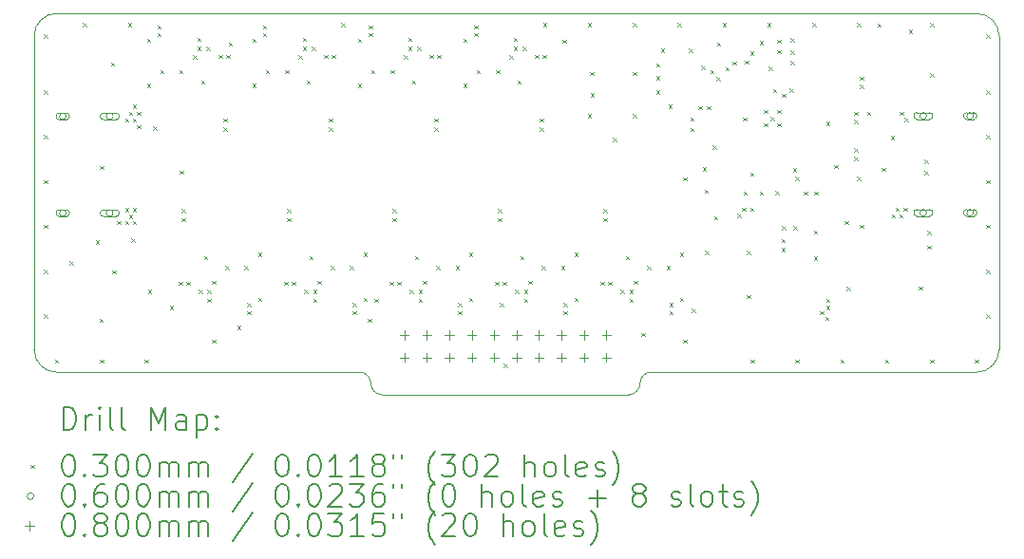
<source format=gbr>
%TF.GenerationSoftware,KiCad,Pcbnew,9.0.1-rc2*%
%TF.CreationDate,2025-11-09T15:09:06-08:00*%
%TF.ProjectId,bsl_drv_v1,62736c5f-6472-4765-9f76-312e6b696361,rev?*%
%TF.SameCoordinates,Original*%
%TF.FileFunction,Drillmap*%
%TF.FilePolarity,Positive*%
%FSLAX45Y45*%
G04 Gerber Fmt 4.5, Leading zero omitted, Abs format (unit mm)*
G04 Created by KiCad (PCBNEW 9.0.1-rc2) date 2025-11-09 15:09:06*
%MOMM*%
%LPD*%
G01*
G04 APERTURE LIST*
%ADD10C,0.050000*%
%ADD11C,0.200000*%
%ADD12C,0.100000*%
G04 APERTURE END LIST*
D10*
X12400000Y-8550000D02*
G75*
G02*
X12600000Y-8750000I0J-200000D01*
G01*
X6900000Y-11750000D02*
X4200000Y-11750000D01*
X12600000Y-8750000D02*
X12600000Y-11550000D01*
X9400000Y-11850000D02*
G75*
G02*
X9300000Y-11950000I-100000J0D01*
G01*
X6900000Y-11750000D02*
G75*
G02*
X7000000Y-11850000I0J-100000D01*
G01*
X4000000Y-11550000D02*
X4000000Y-8750000D01*
X9300000Y-11950000D02*
X7100000Y-11950000D01*
X7100000Y-11950000D02*
G75*
G02*
X7000000Y-11850000I0J100000D01*
G01*
X4200000Y-8550000D02*
X12400000Y-8550000D01*
X4200000Y-11750000D02*
G75*
G02*
X4000000Y-11550000I0J200000D01*
G01*
X12400000Y-11750000D02*
X9500000Y-11750000D01*
X4000000Y-8750000D02*
G75*
G02*
X4200000Y-8550000I200000J0D01*
G01*
X12600000Y-11550000D02*
G75*
G02*
X12400000Y-11750000I-200000J0D01*
G01*
X9400000Y-11850000D02*
G75*
G02*
X9500000Y-11750000I100000J0D01*
G01*
D11*
D12*
X4085000Y-8735000D02*
X4115000Y-8765000D01*
X4115000Y-8735000D02*
X4085000Y-8765000D01*
X4085000Y-9235000D02*
X4115000Y-9265000D01*
X4115000Y-9235000D02*
X4085000Y-9265000D01*
X4085000Y-9635000D02*
X4115000Y-9665000D01*
X4115000Y-9635000D02*
X4085000Y-9665000D01*
X4085000Y-10035000D02*
X4115000Y-10065000D01*
X4115000Y-10035000D02*
X4085000Y-10065000D01*
X4085000Y-10435000D02*
X4115000Y-10465000D01*
X4115000Y-10435000D02*
X4085000Y-10465000D01*
X4085000Y-10835000D02*
X4115000Y-10865000D01*
X4115000Y-10835000D02*
X4085000Y-10865000D01*
X4085000Y-11235000D02*
X4115000Y-11265000D01*
X4115000Y-11235000D02*
X4085000Y-11265000D01*
X4185000Y-11635000D02*
X4215000Y-11665000D01*
X4215000Y-11635000D02*
X4185000Y-11665000D01*
X4315000Y-10761250D02*
X4345000Y-10791250D01*
X4345000Y-10761250D02*
X4315000Y-10791250D01*
X4435000Y-8635000D02*
X4465000Y-8665000D01*
X4465000Y-8635000D02*
X4435000Y-8665000D01*
X4547500Y-10575000D02*
X4577500Y-10605000D01*
X4577500Y-10575000D02*
X4547500Y-10605000D01*
X4580000Y-11271250D02*
X4610000Y-11301250D01*
X4610000Y-11271250D02*
X4580000Y-11301250D01*
X4585000Y-9910000D02*
X4615000Y-9940000D01*
X4615000Y-9910000D02*
X4585000Y-9940000D01*
X4585000Y-11635000D02*
X4615000Y-11665000D01*
X4615000Y-11635000D02*
X4585000Y-11665000D01*
X4685000Y-8985000D02*
X4715000Y-9015000D01*
X4715000Y-8985000D02*
X4685000Y-9015000D01*
X4695000Y-10842500D02*
X4725000Y-10872500D01*
X4725000Y-10842500D02*
X4695000Y-10872500D01*
X4740000Y-10402500D02*
X4770000Y-10432500D01*
X4770000Y-10402500D02*
X4740000Y-10432500D01*
X4810000Y-9485000D02*
X4840000Y-9515000D01*
X4840000Y-9485000D02*
X4810000Y-9515000D01*
X4810000Y-10285000D02*
X4840000Y-10315000D01*
X4840000Y-10285000D02*
X4810000Y-10315000D01*
X4810000Y-10402500D02*
X4840000Y-10432500D01*
X4840000Y-10402500D02*
X4810000Y-10432500D01*
X4835000Y-8635000D02*
X4865000Y-8665000D01*
X4865000Y-8635000D02*
X4835000Y-8665000D01*
X4845000Y-9425000D02*
X4875000Y-9455000D01*
X4875000Y-9425000D02*
X4845000Y-9455000D01*
X4845000Y-10345000D02*
X4875000Y-10375000D01*
X4875000Y-10345000D02*
X4845000Y-10375000D01*
X4865000Y-10557500D02*
X4895000Y-10587500D01*
X4895000Y-10557500D02*
X4865000Y-10587500D01*
X4880000Y-9362500D02*
X4910000Y-9392500D01*
X4910000Y-9362500D02*
X4880000Y-9392500D01*
X4880000Y-9485000D02*
X4910000Y-9515000D01*
X4910000Y-9485000D02*
X4880000Y-9515000D01*
X4880000Y-10285000D02*
X4910000Y-10315000D01*
X4910000Y-10285000D02*
X4880000Y-10315000D01*
X4880000Y-10402500D02*
X4910000Y-10432500D01*
X4910000Y-10402500D02*
X4880000Y-10432500D01*
X4915000Y-9425000D02*
X4945000Y-9455000D01*
X4945000Y-9425000D02*
X4915000Y-9455000D01*
X4915000Y-9545000D02*
X4945000Y-9575000D01*
X4945000Y-9545000D02*
X4915000Y-9575000D01*
X4985000Y-11635000D02*
X5015000Y-11665000D01*
X5015000Y-11635000D02*
X4985000Y-11665000D01*
X5005000Y-8775000D02*
X5035000Y-8805000D01*
X5035000Y-8775000D02*
X5005000Y-8805000D01*
X5005000Y-9175000D02*
X5035000Y-9205000D01*
X5035000Y-9175000D02*
X5005000Y-9205000D01*
X5012500Y-11015000D02*
X5042500Y-11045000D01*
X5042500Y-11015000D02*
X5012500Y-11045000D01*
X5060000Y-9560000D02*
X5090000Y-9590000D01*
X5090000Y-9560000D02*
X5060000Y-9590000D01*
X5100000Y-8655000D02*
X5130000Y-8685000D01*
X5130000Y-8655000D02*
X5100000Y-8685000D01*
X5100000Y-8725000D02*
X5130000Y-8755000D01*
X5130000Y-8725000D02*
X5100000Y-8755000D01*
X5125000Y-9055000D02*
X5155000Y-9085000D01*
X5155000Y-9055000D02*
X5125000Y-9085000D01*
X5210000Y-11160000D02*
X5240000Y-11190000D01*
X5240000Y-11160000D02*
X5210000Y-11190000D01*
X5287000Y-10941500D02*
X5317000Y-10971500D01*
X5317000Y-10941500D02*
X5287000Y-10971500D01*
X5295000Y-9055000D02*
X5325000Y-9085000D01*
X5325000Y-9055000D02*
X5295000Y-9085000D01*
X5297500Y-9952500D02*
X5327500Y-9982500D01*
X5327500Y-9952500D02*
X5297500Y-9982500D01*
X5315000Y-10295000D02*
X5345000Y-10325000D01*
X5345000Y-10295000D02*
X5315000Y-10325000D01*
X5315000Y-10375000D02*
X5345000Y-10405000D01*
X5345000Y-10375000D02*
X5315000Y-10405000D01*
X5357000Y-10941500D02*
X5387000Y-10971500D01*
X5387000Y-10941500D02*
X5357000Y-10971500D01*
X5415000Y-8925000D02*
X5445000Y-8955000D01*
X5445000Y-8925000D02*
X5415000Y-8955000D01*
X5455000Y-8765000D02*
X5485000Y-8795000D01*
X5485000Y-8765000D02*
X5455000Y-8795000D01*
X5455000Y-8845000D02*
X5485000Y-8875000D01*
X5485000Y-8845000D02*
X5455000Y-8875000D01*
X5465000Y-11015000D02*
X5495000Y-11045000D01*
X5495000Y-11015000D02*
X5465000Y-11045000D01*
X5487023Y-9146102D02*
X5517023Y-9176102D01*
X5517023Y-9146102D02*
X5487023Y-9176102D01*
X5512977Y-10713898D02*
X5542977Y-10743898D01*
X5542977Y-10713898D02*
X5512977Y-10743898D01*
X5535000Y-8845000D02*
X5565000Y-8875000D01*
X5565000Y-8845000D02*
X5535000Y-8875000D01*
X5545000Y-11015000D02*
X5575000Y-11045000D01*
X5575000Y-11015000D02*
X5545000Y-11045000D01*
X5545000Y-11095000D02*
X5575000Y-11125000D01*
X5575000Y-11095000D02*
X5545000Y-11125000D01*
X5585000Y-11460000D02*
X5615000Y-11490000D01*
X5615000Y-11460000D02*
X5585000Y-11490000D01*
X5585000Y-10935000D02*
X5615000Y-10965000D01*
X5615000Y-10935000D02*
X5585000Y-10965000D01*
X5643000Y-8918500D02*
X5673000Y-8948500D01*
X5673000Y-8918500D02*
X5643000Y-8948500D01*
X5685000Y-9485000D02*
X5715000Y-9515000D01*
X5715000Y-9485000D02*
X5685000Y-9515000D01*
X5685000Y-9565000D02*
X5715000Y-9595000D01*
X5715000Y-9565000D02*
X5685000Y-9595000D01*
X5705000Y-10805000D02*
X5735000Y-10835000D01*
X5735000Y-10805000D02*
X5705000Y-10835000D01*
X5713000Y-8918500D02*
X5743000Y-8948500D01*
X5743000Y-8918500D02*
X5713000Y-8948500D01*
X5735000Y-8810000D02*
X5765000Y-8840000D01*
X5765000Y-8810000D02*
X5735000Y-8840000D01*
X5810000Y-11335000D02*
X5840000Y-11365000D01*
X5840000Y-11335000D02*
X5810000Y-11365000D01*
X5875000Y-10805000D02*
X5905000Y-10835000D01*
X5905000Y-10805000D02*
X5875000Y-10835000D01*
X5900000Y-11135000D02*
X5930000Y-11165000D01*
X5930000Y-11135000D02*
X5900000Y-11165000D01*
X5900000Y-11205000D02*
X5930000Y-11235000D01*
X5930000Y-11205000D02*
X5900000Y-11235000D01*
X5945000Y-8775000D02*
X5975000Y-8805000D01*
X5975000Y-8775000D02*
X5945000Y-8805000D01*
X5945000Y-9175000D02*
X5975000Y-9205000D01*
X5975000Y-9175000D02*
X5945000Y-9205000D01*
X5995000Y-10685000D02*
X6025000Y-10715000D01*
X6025000Y-10685000D02*
X5995000Y-10715000D01*
X5995000Y-11085000D02*
X6025000Y-11115000D01*
X6025000Y-11085000D02*
X5995000Y-11115000D01*
X6040000Y-8655000D02*
X6070000Y-8685000D01*
X6070000Y-8655000D02*
X6040000Y-8685000D01*
X6040000Y-8725000D02*
X6070000Y-8755000D01*
X6070000Y-8725000D02*
X6040000Y-8755000D01*
X6065000Y-9055000D02*
X6095000Y-9085000D01*
X6095000Y-9055000D02*
X6065000Y-9085000D01*
X6227000Y-10941500D02*
X6257000Y-10971500D01*
X6257000Y-10941500D02*
X6227000Y-10971500D01*
X6235000Y-9055000D02*
X6265000Y-9085000D01*
X6265000Y-9055000D02*
X6235000Y-9085000D01*
X6255000Y-10295000D02*
X6285000Y-10325000D01*
X6285000Y-10295000D02*
X6255000Y-10325000D01*
X6255000Y-10375000D02*
X6285000Y-10405000D01*
X6285000Y-10375000D02*
X6255000Y-10405000D01*
X6297000Y-10941500D02*
X6327000Y-10971500D01*
X6327000Y-10941500D02*
X6297000Y-10971500D01*
X6355000Y-8925000D02*
X6385000Y-8955000D01*
X6385000Y-8925000D02*
X6355000Y-8955000D01*
X6395000Y-8765000D02*
X6425000Y-8795000D01*
X6425000Y-8765000D02*
X6395000Y-8795000D01*
X6395000Y-8845000D02*
X6425000Y-8875000D01*
X6425000Y-8845000D02*
X6395000Y-8875000D01*
X6405000Y-11015000D02*
X6435000Y-11045000D01*
X6435000Y-11015000D02*
X6405000Y-11045000D01*
X6427023Y-9146102D02*
X6457023Y-9176102D01*
X6457023Y-9146102D02*
X6427023Y-9176102D01*
X6452977Y-10713898D02*
X6482977Y-10743898D01*
X6482977Y-10713898D02*
X6452977Y-10743898D01*
X6475000Y-8845000D02*
X6505000Y-8875000D01*
X6505000Y-8845000D02*
X6475000Y-8875000D01*
X6485000Y-11015000D02*
X6515000Y-11045000D01*
X6515000Y-11015000D02*
X6485000Y-11045000D01*
X6485000Y-11095000D02*
X6515000Y-11125000D01*
X6515000Y-11095000D02*
X6485000Y-11125000D01*
X6525000Y-10935000D02*
X6555000Y-10965000D01*
X6555000Y-10935000D02*
X6525000Y-10965000D01*
X6583000Y-8918500D02*
X6613000Y-8948500D01*
X6613000Y-8918500D02*
X6583000Y-8948500D01*
X6625000Y-9485000D02*
X6655000Y-9515000D01*
X6655000Y-9485000D02*
X6625000Y-9515000D01*
X6625000Y-9565000D02*
X6655000Y-9595000D01*
X6655000Y-9565000D02*
X6625000Y-9595000D01*
X6645000Y-10805000D02*
X6675000Y-10835000D01*
X6675000Y-10805000D02*
X6645000Y-10835000D01*
X6653000Y-8918500D02*
X6683000Y-8948500D01*
X6683000Y-8918500D02*
X6653000Y-8948500D01*
X6735000Y-8635000D02*
X6765000Y-8665000D01*
X6765000Y-8635000D02*
X6735000Y-8665000D01*
X6815000Y-10805000D02*
X6845000Y-10835000D01*
X6845000Y-10805000D02*
X6815000Y-10835000D01*
X6840000Y-11135000D02*
X6870000Y-11165000D01*
X6870000Y-11135000D02*
X6840000Y-11165000D01*
X6840000Y-11205000D02*
X6870000Y-11235000D01*
X6870000Y-11205000D02*
X6840000Y-11235000D01*
X6885000Y-8775000D02*
X6915000Y-8805000D01*
X6915000Y-8775000D02*
X6885000Y-8805000D01*
X6885000Y-9175000D02*
X6915000Y-9205000D01*
X6915000Y-9175000D02*
X6885000Y-9205000D01*
X6935000Y-10685000D02*
X6965000Y-10715000D01*
X6965000Y-10685000D02*
X6935000Y-10715000D01*
X6935000Y-11085000D02*
X6965000Y-11115000D01*
X6965000Y-11085000D02*
X6935000Y-11115000D01*
X6973000Y-11271500D02*
X7003000Y-11301500D01*
X7003000Y-11271500D02*
X6973000Y-11301500D01*
X6980000Y-8655000D02*
X7010000Y-8685000D01*
X7010000Y-8655000D02*
X6980000Y-8685000D01*
X6980000Y-8725000D02*
X7010000Y-8755000D01*
X7010000Y-8725000D02*
X6980000Y-8755000D01*
X7005000Y-9055000D02*
X7035000Y-9085000D01*
X7035000Y-9055000D02*
X7005000Y-9085000D01*
X7035000Y-11095000D02*
X7065000Y-11125000D01*
X7065000Y-11095000D02*
X7035000Y-11125000D01*
X7167000Y-10941500D02*
X7197000Y-10971500D01*
X7197000Y-10941500D02*
X7167000Y-10971500D01*
X7175000Y-9055000D02*
X7205000Y-9085000D01*
X7205000Y-9055000D02*
X7175000Y-9085000D01*
X7195000Y-10295000D02*
X7225000Y-10325000D01*
X7225000Y-10295000D02*
X7195000Y-10325000D01*
X7195000Y-10375000D02*
X7225000Y-10405000D01*
X7225000Y-10375000D02*
X7195000Y-10405000D01*
X7237000Y-10941500D02*
X7267000Y-10971500D01*
X7267000Y-10941500D02*
X7237000Y-10971500D01*
X7295000Y-8925000D02*
X7325000Y-8955000D01*
X7325000Y-8925000D02*
X7295000Y-8955000D01*
X7335000Y-8765000D02*
X7365000Y-8795000D01*
X7365000Y-8765000D02*
X7335000Y-8795000D01*
X7335000Y-8845000D02*
X7365000Y-8875000D01*
X7365000Y-8845000D02*
X7335000Y-8875000D01*
X7345000Y-11015000D02*
X7375000Y-11045000D01*
X7375000Y-11015000D02*
X7345000Y-11045000D01*
X7367022Y-9146102D02*
X7397022Y-9176102D01*
X7397022Y-9146102D02*
X7367022Y-9176102D01*
X7392977Y-10713898D02*
X7422977Y-10743898D01*
X7422977Y-10713898D02*
X7392977Y-10743898D01*
X7415000Y-8845000D02*
X7445000Y-8875000D01*
X7445000Y-8845000D02*
X7415000Y-8875000D01*
X7425000Y-11015000D02*
X7455000Y-11045000D01*
X7455000Y-11015000D02*
X7425000Y-11045000D01*
X7425000Y-11095000D02*
X7455000Y-11125000D01*
X7455000Y-11095000D02*
X7425000Y-11125000D01*
X7465000Y-10935000D02*
X7495000Y-10965000D01*
X7495000Y-10935000D02*
X7465000Y-10965000D01*
X7523000Y-8918500D02*
X7553000Y-8948500D01*
X7553000Y-8918500D02*
X7523000Y-8948500D01*
X7565000Y-9565000D02*
X7595000Y-9595000D01*
X7595000Y-9565000D02*
X7565000Y-9595000D01*
X7565000Y-9485000D02*
X7595000Y-9515000D01*
X7595000Y-9485000D02*
X7565000Y-9515000D01*
X7585000Y-10805000D02*
X7615000Y-10835000D01*
X7615000Y-10805000D02*
X7585000Y-10835000D01*
X7593000Y-8918500D02*
X7623000Y-8948500D01*
X7623000Y-8918500D02*
X7593000Y-8948500D01*
X7755000Y-10805000D02*
X7785000Y-10835000D01*
X7785000Y-10805000D02*
X7755000Y-10835000D01*
X7780000Y-11135000D02*
X7810000Y-11165000D01*
X7810000Y-11135000D02*
X7780000Y-11165000D01*
X7780000Y-11205000D02*
X7810000Y-11235000D01*
X7810000Y-11205000D02*
X7780000Y-11235000D01*
X7825000Y-8775000D02*
X7855000Y-8805000D01*
X7855000Y-8775000D02*
X7825000Y-8805000D01*
X7825000Y-9175000D02*
X7855000Y-9205000D01*
X7855000Y-9175000D02*
X7825000Y-9205000D01*
X7875000Y-10685000D02*
X7905000Y-10715000D01*
X7905000Y-10685000D02*
X7875000Y-10715000D01*
X7875000Y-11085000D02*
X7905000Y-11115000D01*
X7905000Y-11085000D02*
X7875000Y-11115000D01*
X7920000Y-8655000D02*
X7950000Y-8685000D01*
X7950000Y-8655000D02*
X7920000Y-8685000D01*
X7920000Y-8725000D02*
X7950000Y-8755000D01*
X7950000Y-8725000D02*
X7920000Y-8755000D01*
X7945000Y-9055000D02*
X7975000Y-9085000D01*
X7975000Y-9055000D02*
X7945000Y-9085000D01*
X8107000Y-10941500D02*
X8137000Y-10971500D01*
X8137000Y-10941500D02*
X8107000Y-10971500D01*
X8115000Y-9055000D02*
X8145000Y-9085000D01*
X8145000Y-9055000D02*
X8115000Y-9085000D01*
X8135000Y-10295000D02*
X8165000Y-10325000D01*
X8165000Y-10295000D02*
X8135000Y-10325000D01*
X8135000Y-10375000D02*
X8165000Y-10405000D01*
X8165000Y-10375000D02*
X8135000Y-10405000D01*
X8150000Y-11135000D02*
X8180000Y-11165000D01*
X8180000Y-11135000D02*
X8150000Y-11165000D01*
X8177000Y-10941500D02*
X8207000Y-10971500D01*
X8207000Y-10941500D02*
X8177000Y-10971500D01*
X8185000Y-11675000D02*
X8215000Y-11705000D01*
X8215000Y-11675000D02*
X8185000Y-11705000D01*
X8235000Y-8925000D02*
X8265000Y-8955000D01*
X8265000Y-8925000D02*
X8235000Y-8955000D01*
X8275000Y-8765000D02*
X8305000Y-8795000D01*
X8305000Y-8765000D02*
X8275000Y-8795000D01*
X8275000Y-8845000D02*
X8305000Y-8875000D01*
X8305000Y-8845000D02*
X8275000Y-8875000D01*
X8285000Y-11015000D02*
X8315000Y-11045000D01*
X8315000Y-11015000D02*
X8285000Y-11045000D01*
X8307023Y-9146102D02*
X8337023Y-9176102D01*
X8337023Y-9146102D02*
X8307023Y-9176102D01*
X8332977Y-10713898D02*
X8362977Y-10743898D01*
X8362977Y-10713898D02*
X8332977Y-10743898D01*
X8355000Y-8845000D02*
X8385000Y-8875000D01*
X8385000Y-8845000D02*
X8355000Y-8875000D01*
X8365000Y-11015000D02*
X8395000Y-11045000D01*
X8395000Y-11015000D02*
X8365000Y-11045000D01*
X8365000Y-11095000D02*
X8395000Y-11125000D01*
X8395000Y-11095000D02*
X8365000Y-11125000D01*
X8405000Y-10935000D02*
X8435000Y-10965000D01*
X8435000Y-10935000D02*
X8405000Y-10965000D01*
X8463000Y-8918500D02*
X8493000Y-8948500D01*
X8493000Y-8918500D02*
X8463000Y-8948500D01*
X8505000Y-9485000D02*
X8535000Y-9515000D01*
X8535000Y-9485000D02*
X8505000Y-9515000D01*
X8505000Y-9565000D02*
X8535000Y-9595000D01*
X8535000Y-9565000D02*
X8505000Y-9595000D01*
X8525000Y-10805000D02*
X8555000Y-10835000D01*
X8555000Y-10805000D02*
X8525000Y-10835000D01*
X8533000Y-8918500D02*
X8563000Y-8948500D01*
X8563000Y-8918500D02*
X8533000Y-8948500D01*
X8535000Y-8635000D02*
X8565000Y-8665000D01*
X8565000Y-8635000D02*
X8535000Y-8665000D01*
X8695000Y-10805000D02*
X8725000Y-10835000D01*
X8725000Y-10805000D02*
X8695000Y-10835000D01*
X8710000Y-8785000D02*
X8740000Y-8815000D01*
X8740000Y-8785000D02*
X8710000Y-8815000D01*
X8720000Y-11135000D02*
X8750000Y-11165000D01*
X8750000Y-11135000D02*
X8720000Y-11165000D01*
X8720000Y-11205000D02*
X8750000Y-11235000D01*
X8750000Y-11205000D02*
X8720000Y-11235000D01*
X8815000Y-10685000D02*
X8845000Y-10715000D01*
X8845000Y-10685000D02*
X8815000Y-10715000D01*
X8815000Y-11085000D02*
X8845000Y-11115000D01*
X8845000Y-11085000D02*
X8815000Y-11115000D01*
X8935000Y-8635000D02*
X8965000Y-8665000D01*
X8965000Y-8635000D02*
X8935000Y-8665000D01*
X8935000Y-9450000D02*
X8965000Y-9480000D01*
X8965000Y-9450000D02*
X8935000Y-9480000D01*
X8955000Y-9070000D02*
X8985000Y-9100000D01*
X8985000Y-9070000D02*
X8955000Y-9100000D01*
X8960000Y-9260000D02*
X8990000Y-9290000D01*
X8990000Y-9260000D02*
X8960000Y-9290000D01*
X9047000Y-10941500D02*
X9077000Y-10971500D01*
X9077000Y-10941500D02*
X9047000Y-10971500D01*
X9075000Y-10375000D02*
X9105000Y-10405000D01*
X9105000Y-10375000D02*
X9075000Y-10405000D01*
X9075000Y-10295000D02*
X9105000Y-10325000D01*
X9105000Y-10295000D02*
X9075000Y-10325000D01*
X9117000Y-10941500D02*
X9147000Y-10971500D01*
X9147000Y-10941500D02*
X9117000Y-10971500D01*
X9160000Y-9660000D02*
X9190000Y-9690000D01*
X9190000Y-9660000D02*
X9160000Y-9690000D01*
X9225000Y-11015000D02*
X9255000Y-11045000D01*
X9255000Y-11015000D02*
X9225000Y-11045000D01*
X9272977Y-10713898D02*
X9302977Y-10743898D01*
X9302977Y-10713898D02*
X9272977Y-10743898D01*
X9305000Y-11015000D02*
X9335000Y-11045000D01*
X9335000Y-11015000D02*
X9305000Y-11045000D01*
X9305000Y-11095000D02*
X9335000Y-11125000D01*
X9335000Y-11095000D02*
X9305000Y-11125000D01*
X9335000Y-8635000D02*
X9365000Y-8665000D01*
X9365000Y-8635000D02*
X9335000Y-8665000D01*
X9335000Y-9070000D02*
X9365000Y-9100000D01*
X9365000Y-9070000D02*
X9335000Y-9100000D01*
X9335000Y-9450000D02*
X9365000Y-9480000D01*
X9365000Y-9450000D02*
X9335000Y-9480000D01*
X9345000Y-10935000D02*
X9375000Y-10965000D01*
X9375000Y-10935000D02*
X9345000Y-10965000D01*
X9410000Y-11400000D02*
X9440000Y-11430000D01*
X9440000Y-11400000D02*
X9410000Y-11430000D01*
X9465000Y-10805000D02*
X9495000Y-10835000D01*
X9495000Y-10805000D02*
X9465000Y-10835000D01*
X9545000Y-8995000D02*
X9575000Y-9025000D01*
X9575000Y-8995000D02*
X9545000Y-9025000D01*
X9545000Y-9110000D02*
X9575000Y-9140000D01*
X9575000Y-9110000D02*
X9545000Y-9140000D01*
X9545000Y-9235000D02*
X9575000Y-9265000D01*
X9575000Y-9235000D02*
X9545000Y-9265000D01*
X9585000Y-8865000D02*
X9615000Y-8895000D01*
X9615000Y-8865000D02*
X9585000Y-8895000D01*
X9635000Y-10805000D02*
X9665000Y-10835000D01*
X9665000Y-10805000D02*
X9635000Y-10835000D01*
X9655000Y-9365000D02*
X9685000Y-9395000D01*
X9685000Y-9365000D02*
X9655000Y-9395000D01*
X9660000Y-11135000D02*
X9690000Y-11165000D01*
X9690000Y-11135000D02*
X9660000Y-11165000D01*
X9660000Y-11205000D02*
X9690000Y-11235000D01*
X9690000Y-11205000D02*
X9660000Y-11235000D01*
X9735000Y-8635000D02*
X9765000Y-8665000D01*
X9765000Y-8635000D02*
X9735000Y-8665000D01*
X9755000Y-10685000D02*
X9785000Y-10715000D01*
X9785000Y-10685000D02*
X9755000Y-10715000D01*
X9755000Y-11085000D02*
X9785000Y-11115000D01*
X9785000Y-11085000D02*
X9755000Y-11115000D01*
X9785000Y-10010000D02*
X9815000Y-10040000D01*
X9815000Y-10010000D02*
X9785000Y-10040000D01*
X9785000Y-11460000D02*
X9815000Y-11490000D01*
X9815000Y-11460000D02*
X9785000Y-11490000D01*
X9835000Y-8865000D02*
X9865000Y-8895000D01*
X9865000Y-8865000D02*
X9835000Y-8895000D01*
X9850000Y-9477500D02*
X9880000Y-9507500D01*
X9880000Y-9477500D02*
X9850000Y-9507500D01*
X9850000Y-9570000D02*
X9880000Y-9600000D01*
X9880000Y-9570000D02*
X9850000Y-9600000D01*
X9860000Y-11185000D02*
X9890000Y-11215000D01*
X9890000Y-11185000D02*
X9860000Y-11215000D01*
X9920000Y-9375000D02*
X9950000Y-9405000D01*
X9950000Y-9375000D02*
X9920000Y-9405000D01*
X9945000Y-9015000D02*
X9975000Y-9045000D01*
X9975000Y-9015000D02*
X9945000Y-9045000D01*
X9960000Y-9920200D02*
X9990000Y-9950200D01*
X9990000Y-9920200D02*
X9960000Y-9950200D01*
X9975000Y-10120000D02*
X10005000Y-10150000D01*
X10005000Y-10120000D02*
X9975000Y-10150000D01*
X9980000Y-10665000D02*
X10010000Y-10695000D01*
X10010000Y-10665000D02*
X9980000Y-10695000D01*
X9995000Y-9375000D02*
X10025000Y-9405000D01*
X10025000Y-9375000D02*
X9995000Y-9405000D01*
X10025000Y-9055000D02*
X10055000Y-9085000D01*
X10055000Y-9055000D02*
X10025000Y-9085000D01*
X10047500Y-9727600D02*
X10077500Y-9757600D01*
X10077500Y-9727600D02*
X10047500Y-9757600D01*
X10060000Y-10360000D02*
X10090000Y-10390000D01*
X10090000Y-10360000D02*
X10060000Y-10390000D01*
X10080000Y-9120000D02*
X10110000Y-9150000D01*
X10110000Y-9120000D02*
X10080000Y-9150000D01*
X10085000Y-8810000D02*
X10115000Y-8840000D01*
X10115000Y-8810000D02*
X10085000Y-8840000D01*
X10135000Y-8635000D02*
X10165000Y-8665000D01*
X10165000Y-8635000D02*
X10135000Y-8665000D01*
X10160000Y-9030000D02*
X10190000Y-9060000D01*
X10190000Y-9030000D02*
X10160000Y-9060000D01*
X10225000Y-8977500D02*
X10255000Y-9007500D01*
X10255000Y-8977500D02*
X10225000Y-9007500D01*
X10265000Y-10335000D02*
X10295000Y-10365000D01*
X10295000Y-10335000D02*
X10265000Y-10365000D01*
X10310874Y-10282126D02*
X10340874Y-10312126D01*
X10340874Y-10282126D02*
X10310874Y-10312126D01*
X10317013Y-9477000D02*
X10347013Y-9507000D01*
X10347013Y-9477000D02*
X10317013Y-9507000D01*
X10322400Y-10140000D02*
X10352400Y-10170000D01*
X10352400Y-10140000D02*
X10322400Y-10170000D01*
X10334443Y-8970557D02*
X10364443Y-9000557D01*
X10364443Y-8970557D02*
X10334443Y-9000557D01*
X10350000Y-10665000D02*
X10380000Y-10695000D01*
X10380000Y-10665000D02*
X10350000Y-10695000D01*
X10350000Y-11060000D02*
X10380000Y-11090000D01*
X10380000Y-11060000D02*
X10350000Y-11090000D01*
X10380873Y-10282500D02*
X10410873Y-10312500D01*
X10410873Y-10282500D02*
X10380873Y-10312500D01*
X10382500Y-9970500D02*
X10412500Y-10000500D01*
X10412500Y-9970500D02*
X10382500Y-10000500D01*
X10382500Y-8890000D02*
X10412500Y-8920000D01*
X10412500Y-8890000D02*
X10382500Y-8920000D01*
X10385000Y-11635000D02*
X10415000Y-11665000D01*
X10415000Y-11635000D02*
X10385000Y-11665000D01*
X10465000Y-8795000D02*
X10495000Y-8825000D01*
X10495000Y-8795000D02*
X10465000Y-8825000D01*
X10465000Y-10140000D02*
X10495000Y-10170000D01*
X10495000Y-10140000D02*
X10465000Y-10170000D01*
X10505000Y-9410000D02*
X10535000Y-9440000D01*
X10535000Y-9410000D02*
X10505000Y-9440000D01*
X10505000Y-9530000D02*
X10535000Y-9560000D01*
X10535000Y-9530000D02*
X10505000Y-9560000D01*
X10535000Y-8635000D02*
X10565000Y-8665000D01*
X10565000Y-8635000D02*
X10535000Y-8665000D01*
X10545000Y-9025000D02*
X10575000Y-9055000D01*
X10575000Y-9025000D02*
X10545000Y-9055000D01*
X10564500Y-9472000D02*
X10594500Y-9502000D01*
X10594500Y-9472000D02*
X10564500Y-9502000D01*
X10585000Y-9225000D02*
X10615000Y-9255000D01*
X10615000Y-9225000D02*
X10585000Y-9255000D01*
X10607500Y-10132500D02*
X10637500Y-10162500D01*
X10637500Y-10132500D02*
X10607500Y-10162500D01*
X10625000Y-9410000D02*
X10655000Y-9440000D01*
X10655000Y-9410000D02*
X10625000Y-9440000D01*
X10625000Y-9530000D02*
X10655000Y-9560000D01*
X10655000Y-9530000D02*
X10625000Y-9560000D01*
X10625000Y-8785000D02*
X10655000Y-8815000D01*
X10655000Y-8785000D02*
X10625000Y-8815000D01*
X10625000Y-8875000D02*
X10655000Y-8905000D01*
X10655000Y-8875000D02*
X10625000Y-8905000D01*
X10660000Y-10560000D02*
X10690000Y-10590000D01*
X10690000Y-10560000D02*
X10660000Y-10590000D01*
X10660000Y-10640000D02*
X10690000Y-10670000D01*
X10690000Y-10640000D02*
X10660000Y-10670000D01*
X10665000Y-9265000D02*
X10695000Y-9295000D01*
X10695000Y-9265000D02*
X10665000Y-9295000D01*
X10665000Y-10445000D02*
X10695000Y-10475000D01*
X10695000Y-10445000D02*
X10665000Y-10475000D01*
X10733444Y-9219056D02*
X10763444Y-9249056D01*
X10763444Y-9219056D02*
X10733444Y-9249056D01*
X10742500Y-8770000D02*
X10772500Y-8800000D01*
X10772500Y-8770000D02*
X10742500Y-8800000D01*
X10742500Y-8880000D02*
X10772500Y-8910000D01*
X10772500Y-8880000D02*
X10742500Y-8910000D01*
X10743000Y-8976000D02*
X10773000Y-9006000D01*
X10773000Y-8976000D02*
X10743000Y-9006000D01*
X10764396Y-9929396D02*
X10794396Y-9959396D01*
X10794396Y-9929396D02*
X10764396Y-9959396D01*
X10765000Y-10445000D02*
X10795000Y-10475000D01*
X10795000Y-10445000D02*
X10765000Y-10475000D01*
X10785000Y-10005000D02*
X10815000Y-10035000D01*
X10815000Y-10005000D02*
X10785000Y-10035000D01*
X10785000Y-11635000D02*
X10815000Y-11665000D01*
X10815000Y-11635000D02*
X10785000Y-11665000D01*
X10860000Y-10140000D02*
X10890000Y-10170000D01*
X10890000Y-10140000D02*
X10860000Y-10170000D01*
X10935000Y-8635000D02*
X10965000Y-8665000D01*
X10965000Y-8635000D02*
X10935000Y-8665000D01*
X10950000Y-10485000D02*
X10980000Y-10515000D01*
X10980000Y-10485000D02*
X10950000Y-10515000D01*
X10950000Y-10716250D02*
X10980000Y-10746250D01*
X10980000Y-10716250D02*
X10950000Y-10746250D01*
X10955000Y-10140000D02*
X10985000Y-10170000D01*
X10985000Y-10140000D02*
X10955000Y-10170000D01*
X11005000Y-11205000D02*
X11035000Y-11235000D01*
X11035000Y-11205000D02*
X11005000Y-11235000D01*
X11050000Y-11255000D02*
X11080000Y-11285000D01*
X11080000Y-11255000D02*
X11050000Y-11285000D01*
X11057000Y-9517000D02*
X11087000Y-9547000D01*
X11087000Y-9517000D02*
X11057000Y-9547000D01*
X11060000Y-11095000D02*
X11090000Y-11125000D01*
X11090000Y-11095000D02*
X11060000Y-11125000D01*
X11060000Y-11160000D02*
X11090000Y-11190000D01*
X11090000Y-11160000D02*
X11060000Y-11190000D01*
X11129500Y-9900000D02*
X11159500Y-9930000D01*
X11159500Y-9900000D02*
X11129500Y-9930000D01*
X11185000Y-11635000D02*
X11215000Y-11665000D01*
X11215000Y-11635000D02*
X11185000Y-11665000D01*
X11225000Y-10400000D02*
X11255000Y-10430000D01*
X11255000Y-10400000D02*
X11225000Y-10430000D01*
X11240000Y-10990000D02*
X11270000Y-11020000D01*
X11270000Y-10990000D02*
X11240000Y-11020000D01*
X11307500Y-9425000D02*
X11337500Y-9455000D01*
X11337500Y-9425000D02*
X11307500Y-9455000D01*
X11307500Y-9830000D02*
X11337500Y-9860000D01*
X11337500Y-9830000D02*
X11307500Y-9860000D01*
X11307500Y-9755000D02*
X11337500Y-9785000D01*
X11337500Y-9755000D02*
X11307500Y-9785000D01*
X11308405Y-9498000D02*
X11338405Y-9528000D01*
X11338405Y-9498000D02*
X11308405Y-9528000D01*
X11335000Y-10005000D02*
X11365000Y-10035000D01*
X11365000Y-10005000D02*
X11335000Y-10035000D01*
X11335000Y-8635000D02*
X11365000Y-8665000D01*
X11365000Y-8635000D02*
X11335000Y-8665000D01*
X11357500Y-9115000D02*
X11387500Y-9145000D01*
X11387500Y-9115000D02*
X11357500Y-9145000D01*
X11357500Y-9185000D02*
X11387500Y-9215000D01*
X11387500Y-9185000D02*
X11357500Y-9215000D01*
X11360000Y-10435000D02*
X11390000Y-10465000D01*
X11390000Y-10435000D02*
X11360000Y-10465000D01*
X11423500Y-9425000D02*
X11453500Y-9455000D01*
X11453500Y-9425000D02*
X11423500Y-9455000D01*
X11515000Y-8640000D02*
X11545000Y-8670000D01*
X11545000Y-8640000D02*
X11515000Y-8670000D01*
X11555000Y-9925000D02*
X11585000Y-9955000D01*
X11585000Y-9925000D02*
X11555000Y-9955000D01*
X11585000Y-11635000D02*
X11615000Y-11665000D01*
X11615000Y-11635000D02*
X11585000Y-11665000D01*
X11636000Y-9645000D02*
X11666000Y-9675000D01*
X11666000Y-9645000D02*
X11636000Y-9675000D01*
X11642500Y-10342500D02*
X11672500Y-10372500D01*
X11672500Y-10342500D02*
X11642500Y-10372500D01*
X11677500Y-10282500D02*
X11707500Y-10312500D01*
X11707500Y-10282500D02*
X11677500Y-10312500D01*
X11712500Y-10342500D02*
X11742500Y-10372500D01*
X11742500Y-10342500D02*
X11712500Y-10372500D01*
X11715000Y-9425000D02*
X11745000Y-9455000D01*
X11745000Y-9425000D02*
X11715000Y-9455000D01*
X11747500Y-10282500D02*
X11777500Y-10312500D01*
X11777500Y-10282500D02*
X11747500Y-10312500D01*
X11757500Y-9480000D02*
X11787500Y-9510000D01*
X11787500Y-9480000D02*
X11757500Y-9510000D01*
X11795000Y-8695000D02*
X11825000Y-8725000D01*
X11825000Y-8695000D02*
X11795000Y-8725000D01*
X11885000Y-10985000D02*
X11915000Y-11015000D01*
X11915000Y-10985000D02*
X11885000Y-11015000D01*
X11934900Y-9856248D02*
X11964900Y-9886248D01*
X11964900Y-9856248D02*
X11934900Y-9886248D01*
X11934900Y-9958248D02*
X11964900Y-9988248D01*
X11964900Y-9958248D02*
X11934900Y-9988248D01*
X11960000Y-10490000D02*
X11990000Y-10520000D01*
X11990000Y-10490000D02*
X11960000Y-10520000D01*
X11960000Y-10620000D02*
X11990000Y-10650000D01*
X11990000Y-10620000D02*
X11960000Y-10650000D01*
X11985000Y-8635000D02*
X12015000Y-8665000D01*
X12015000Y-8635000D02*
X11985000Y-8665000D01*
X11985000Y-9085000D02*
X12015000Y-9115000D01*
X12015000Y-9085000D02*
X11985000Y-9115000D01*
X11985000Y-11635000D02*
X12015000Y-11665000D01*
X12015000Y-11635000D02*
X11985000Y-11665000D01*
X12385000Y-11635000D02*
X12415000Y-11665000D01*
X12415000Y-11635000D02*
X12385000Y-11665000D01*
X12485000Y-8735000D02*
X12515000Y-8765000D01*
X12515000Y-8735000D02*
X12485000Y-8765000D01*
X12485000Y-9235000D02*
X12515000Y-9265000D01*
X12515000Y-9235000D02*
X12485000Y-9265000D01*
X12485000Y-9635000D02*
X12515000Y-9665000D01*
X12515000Y-9635000D02*
X12485000Y-9665000D01*
X12485000Y-10035000D02*
X12515000Y-10065000D01*
X12515000Y-10035000D02*
X12485000Y-10065000D01*
X12485000Y-10435000D02*
X12515000Y-10465000D01*
X12515000Y-10435000D02*
X12485000Y-10465000D01*
X12485000Y-10835000D02*
X12515000Y-10865000D01*
X12515000Y-10835000D02*
X12485000Y-10865000D01*
X12485000Y-11235000D02*
X12515000Y-11265000D01*
X12515000Y-11235000D02*
X12485000Y-11265000D01*
X4285000Y-9468000D02*
G75*
G02*
X4225000Y-9468000I-30000J0D01*
G01*
X4225000Y-9468000D02*
G75*
G02*
X4285000Y-9468000I30000J0D01*
G01*
X4285000Y-9438000D02*
X4225000Y-9438000D01*
X4225000Y-9498000D02*
G75*
G02*
X4225000Y-9438000I0J30000D01*
G01*
X4225000Y-9498000D02*
X4285000Y-9498000D01*
X4285000Y-9498000D02*
G75*
G03*
X4285000Y-9438000I0J30000D01*
G01*
X4285000Y-10332000D02*
G75*
G02*
X4225000Y-10332000I-30000J0D01*
G01*
X4225000Y-10332000D02*
G75*
G02*
X4285000Y-10332000I30000J0D01*
G01*
X4285000Y-10302000D02*
X4225000Y-10302000D01*
X4225000Y-10362000D02*
G75*
G02*
X4225000Y-10302000I0J30000D01*
G01*
X4225000Y-10362000D02*
X4285000Y-10362000D01*
X4285000Y-10362000D02*
G75*
G03*
X4285000Y-10302000I0J30000D01*
G01*
X4703000Y-9468000D02*
G75*
G02*
X4643000Y-9468000I-30000J0D01*
G01*
X4643000Y-9468000D02*
G75*
G02*
X4703000Y-9468000I30000J0D01*
G01*
X4728000Y-9438000D02*
X4618000Y-9438000D01*
X4618000Y-9498000D02*
G75*
G02*
X4618000Y-9438000I0J30000D01*
G01*
X4618000Y-9498000D02*
X4728000Y-9498000D01*
X4728000Y-9498000D02*
G75*
G03*
X4728000Y-9438000I0J30000D01*
G01*
X4703000Y-10332000D02*
G75*
G02*
X4643000Y-10332000I-30000J0D01*
G01*
X4643000Y-10332000D02*
G75*
G02*
X4703000Y-10332000I30000J0D01*
G01*
X4728000Y-10302000D02*
X4618000Y-10302000D01*
X4618000Y-10362000D02*
G75*
G02*
X4618000Y-10302000I0J30000D01*
G01*
X4618000Y-10362000D02*
X4728000Y-10362000D01*
X4728000Y-10362000D02*
G75*
G03*
X4728000Y-10302000I0J30000D01*
G01*
X11954400Y-9464248D02*
G75*
G02*
X11894400Y-9464248I-30000J0D01*
G01*
X11894400Y-9464248D02*
G75*
G02*
X11954400Y-9464248I30000J0D01*
G01*
X11869400Y-9494248D02*
X11979400Y-9494248D01*
X11979400Y-9434248D02*
G75*
G02*
X11979400Y-9494248I0J-30000D01*
G01*
X11979400Y-9434248D02*
X11869400Y-9434248D01*
X11869400Y-9434248D02*
G75*
G03*
X11869400Y-9494248I0J-30000D01*
G01*
X11954400Y-10328248D02*
G75*
G02*
X11894400Y-10328248I-30000J0D01*
G01*
X11894400Y-10328248D02*
G75*
G02*
X11954400Y-10328248I30000J0D01*
G01*
X11869400Y-10358248D02*
X11979400Y-10358248D01*
X11979400Y-10298248D02*
G75*
G02*
X11979400Y-10358248I0J-30000D01*
G01*
X11979400Y-10298248D02*
X11869400Y-10298248D01*
X11869400Y-10298248D02*
G75*
G03*
X11869400Y-10358248I0J-30000D01*
G01*
X12372400Y-9464248D02*
G75*
G02*
X12312400Y-9464248I-30000J0D01*
G01*
X12312400Y-9464248D02*
G75*
G02*
X12372400Y-9464248I30000J0D01*
G01*
X12312400Y-9494248D02*
X12372400Y-9494248D01*
X12372400Y-9434248D02*
G75*
G02*
X12372400Y-9494248I0J-30000D01*
G01*
X12372400Y-9434248D02*
X12312400Y-9434248D01*
X12312400Y-9434248D02*
G75*
G03*
X12312400Y-9494248I0J-30000D01*
G01*
X12372400Y-10328248D02*
G75*
G02*
X12312400Y-10328248I-30000J0D01*
G01*
X12312400Y-10328248D02*
G75*
G02*
X12372400Y-10328248I30000J0D01*
G01*
X12312400Y-10358248D02*
X12372400Y-10358248D01*
X12372400Y-10298248D02*
G75*
G02*
X12372400Y-10358248I0J-30000D01*
G01*
X12372400Y-10298248D02*
X12312400Y-10298248D01*
X12312400Y-10298248D02*
G75*
G03*
X12312400Y-10358248I0J-30000D01*
G01*
X7300000Y-11380000D02*
X7300000Y-11460000D01*
X7260000Y-11420000D02*
X7340000Y-11420000D01*
X7300000Y-11580000D02*
X7300000Y-11660000D01*
X7260000Y-11620000D02*
X7340000Y-11620000D01*
X7500000Y-11380000D02*
X7500000Y-11460000D01*
X7460000Y-11420000D02*
X7540000Y-11420000D01*
X7500000Y-11580000D02*
X7500000Y-11660000D01*
X7460000Y-11620000D02*
X7540000Y-11620000D01*
X7700000Y-11380000D02*
X7700000Y-11460000D01*
X7660000Y-11420000D02*
X7740000Y-11420000D01*
X7700000Y-11580000D02*
X7700000Y-11660000D01*
X7660000Y-11620000D02*
X7740000Y-11620000D01*
X7900000Y-11380000D02*
X7900000Y-11460000D01*
X7860000Y-11420000D02*
X7940000Y-11420000D01*
X7900000Y-11580000D02*
X7900000Y-11660000D01*
X7860000Y-11620000D02*
X7940000Y-11620000D01*
X8100000Y-11380000D02*
X8100000Y-11460000D01*
X8060000Y-11420000D02*
X8140000Y-11420000D01*
X8100000Y-11580000D02*
X8100000Y-11660000D01*
X8060000Y-11620000D02*
X8140000Y-11620000D01*
X8300000Y-11380000D02*
X8300000Y-11460000D01*
X8260000Y-11420000D02*
X8340000Y-11420000D01*
X8300000Y-11580000D02*
X8300000Y-11660000D01*
X8260000Y-11620000D02*
X8340000Y-11620000D01*
X8500000Y-11380000D02*
X8500000Y-11460000D01*
X8460000Y-11420000D02*
X8540000Y-11420000D01*
X8500000Y-11580000D02*
X8500000Y-11660000D01*
X8460000Y-11620000D02*
X8540000Y-11620000D01*
X8700000Y-11380000D02*
X8700000Y-11460000D01*
X8660000Y-11420000D02*
X8740000Y-11420000D01*
X8700000Y-11580000D02*
X8700000Y-11660000D01*
X8660000Y-11620000D02*
X8740000Y-11620000D01*
X8900000Y-11380000D02*
X8900000Y-11460000D01*
X8860000Y-11420000D02*
X8940000Y-11420000D01*
X8900000Y-11580000D02*
X8900000Y-11660000D01*
X8860000Y-11620000D02*
X8940000Y-11620000D01*
X9100000Y-11380000D02*
X9100000Y-11460000D01*
X9060000Y-11420000D02*
X9140000Y-11420000D01*
X9100000Y-11580000D02*
X9100000Y-11660000D01*
X9060000Y-11620000D02*
X9140000Y-11620000D01*
D11*
X4258277Y-12263984D02*
X4258277Y-12063984D01*
X4258277Y-12063984D02*
X4305896Y-12063984D01*
X4305896Y-12063984D02*
X4334467Y-12073508D01*
X4334467Y-12073508D02*
X4353515Y-12092555D01*
X4353515Y-12092555D02*
X4363039Y-12111603D01*
X4363039Y-12111603D02*
X4372562Y-12149698D01*
X4372562Y-12149698D02*
X4372562Y-12178270D01*
X4372562Y-12178270D02*
X4363039Y-12216365D01*
X4363039Y-12216365D02*
X4353515Y-12235412D01*
X4353515Y-12235412D02*
X4334467Y-12254460D01*
X4334467Y-12254460D02*
X4305896Y-12263984D01*
X4305896Y-12263984D02*
X4258277Y-12263984D01*
X4458277Y-12263984D02*
X4458277Y-12130650D01*
X4458277Y-12168746D02*
X4467801Y-12149698D01*
X4467801Y-12149698D02*
X4477324Y-12140174D01*
X4477324Y-12140174D02*
X4496372Y-12130650D01*
X4496372Y-12130650D02*
X4515420Y-12130650D01*
X4582086Y-12263984D02*
X4582086Y-12130650D01*
X4582086Y-12063984D02*
X4572562Y-12073508D01*
X4572562Y-12073508D02*
X4582086Y-12083031D01*
X4582086Y-12083031D02*
X4591610Y-12073508D01*
X4591610Y-12073508D02*
X4582086Y-12063984D01*
X4582086Y-12063984D02*
X4582086Y-12083031D01*
X4705896Y-12263984D02*
X4686848Y-12254460D01*
X4686848Y-12254460D02*
X4677324Y-12235412D01*
X4677324Y-12235412D02*
X4677324Y-12063984D01*
X4810658Y-12263984D02*
X4791610Y-12254460D01*
X4791610Y-12254460D02*
X4782086Y-12235412D01*
X4782086Y-12235412D02*
X4782086Y-12063984D01*
X5039229Y-12263984D02*
X5039229Y-12063984D01*
X5039229Y-12063984D02*
X5105896Y-12206841D01*
X5105896Y-12206841D02*
X5172562Y-12063984D01*
X5172562Y-12063984D02*
X5172562Y-12263984D01*
X5353515Y-12263984D02*
X5353515Y-12159222D01*
X5353515Y-12159222D02*
X5343991Y-12140174D01*
X5343991Y-12140174D02*
X5324943Y-12130650D01*
X5324943Y-12130650D02*
X5286848Y-12130650D01*
X5286848Y-12130650D02*
X5267801Y-12140174D01*
X5353515Y-12254460D02*
X5334467Y-12263984D01*
X5334467Y-12263984D02*
X5286848Y-12263984D01*
X5286848Y-12263984D02*
X5267801Y-12254460D01*
X5267801Y-12254460D02*
X5258277Y-12235412D01*
X5258277Y-12235412D02*
X5258277Y-12216365D01*
X5258277Y-12216365D02*
X5267801Y-12197317D01*
X5267801Y-12197317D02*
X5286848Y-12187793D01*
X5286848Y-12187793D02*
X5334467Y-12187793D01*
X5334467Y-12187793D02*
X5353515Y-12178270D01*
X5448753Y-12130650D02*
X5448753Y-12330650D01*
X5448753Y-12140174D02*
X5467801Y-12130650D01*
X5467801Y-12130650D02*
X5505896Y-12130650D01*
X5505896Y-12130650D02*
X5524943Y-12140174D01*
X5524943Y-12140174D02*
X5534467Y-12149698D01*
X5534467Y-12149698D02*
X5543991Y-12168746D01*
X5543991Y-12168746D02*
X5543991Y-12225889D01*
X5543991Y-12225889D02*
X5534467Y-12244936D01*
X5534467Y-12244936D02*
X5524943Y-12254460D01*
X5524943Y-12254460D02*
X5505896Y-12263984D01*
X5505896Y-12263984D02*
X5467801Y-12263984D01*
X5467801Y-12263984D02*
X5448753Y-12254460D01*
X5629705Y-12244936D02*
X5639229Y-12254460D01*
X5639229Y-12254460D02*
X5629705Y-12263984D01*
X5629705Y-12263984D02*
X5620181Y-12254460D01*
X5620181Y-12254460D02*
X5629705Y-12244936D01*
X5629705Y-12244936D02*
X5629705Y-12263984D01*
X5629705Y-12140174D02*
X5639229Y-12149698D01*
X5639229Y-12149698D02*
X5629705Y-12159222D01*
X5629705Y-12159222D02*
X5620181Y-12149698D01*
X5620181Y-12149698D02*
X5629705Y-12140174D01*
X5629705Y-12140174D02*
X5629705Y-12159222D01*
D12*
X3967500Y-12577500D02*
X3997500Y-12607500D01*
X3997500Y-12577500D02*
X3967500Y-12607500D01*
D11*
X4296372Y-12483984D02*
X4315420Y-12483984D01*
X4315420Y-12483984D02*
X4334467Y-12493508D01*
X4334467Y-12493508D02*
X4343991Y-12503031D01*
X4343991Y-12503031D02*
X4353515Y-12522079D01*
X4353515Y-12522079D02*
X4363039Y-12560174D01*
X4363039Y-12560174D02*
X4363039Y-12607793D01*
X4363039Y-12607793D02*
X4353515Y-12645889D01*
X4353515Y-12645889D02*
X4343991Y-12664936D01*
X4343991Y-12664936D02*
X4334467Y-12674460D01*
X4334467Y-12674460D02*
X4315420Y-12683984D01*
X4315420Y-12683984D02*
X4296372Y-12683984D01*
X4296372Y-12683984D02*
X4277324Y-12674460D01*
X4277324Y-12674460D02*
X4267801Y-12664936D01*
X4267801Y-12664936D02*
X4258277Y-12645889D01*
X4258277Y-12645889D02*
X4248753Y-12607793D01*
X4248753Y-12607793D02*
X4248753Y-12560174D01*
X4248753Y-12560174D02*
X4258277Y-12522079D01*
X4258277Y-12522079D02*
X4267801Y-12503031D01*
X4267801Y-12503031D02*
X4277324Y-12493508D01*
X4277324Y-12493508D02*
X4296372Y-12483984D01*
X4448753Y-12664936D02*
X4458277Y-12674460D01*
X4458277Y-12674460D02*
X4448753Y-12683984D01*
X4448753Y-12683984D02*
X4439229Y-12674460D01*
X4439229Y-12674460D02*
X4448753Y-12664936D01*
X4448753Y-12664936D02*
X4448753Y-12683984D01*
X4524943Y-12483984D02*
X4648753Y-12483984D01*
X4648753Y-12483984D02*
X4582086Y-12560174D01*
X4582086Y-12560174D02*
X4610658Y-12560174D01*
X4610658Y-12560174D02*
X4629705Y-12569698D01*
X4629705Y-12569698D02*
X4639229Y-12579222D01*
X4639229Y-12579222D02*
X4648753Y-12598270D01*
X4648753Y-12598270D02*
X4648753Y-12645889D01*
X4648753Y-12645889D02*
X4639229Y-12664936D01*
X4639229Y-12664936D02*
X4629705Y-12674460D01*
X4629705Y-12674460D02*
X4610658Y-12683984D01*
X4610658Y-12683984D02*
X4553515Y-12683984D01*
X4553515Y-12683984D02*
X4534467Y-12674460D01*
X4534467Y-12674460D02*
X4524943Y-12664936D01*
X4772562Y-12483984D02*
X4791610Y-12483984D01*
X4791610Y-12483984D02*
X4810658Y-12493508D01*
X4810658Y-12493508D02*
X4820182Y-12503031D01*
X4820182Y-12503031D02*
X4829705Y-12522079D01*
X4829705Y-12522079D02*
X4839229Y-12560174D01*
X4839229Y-12560174D02*
X4839229Y-12607793D01*
X4839229Y-12607793D02*
X4829705Y-12645889D01*
X4829705Y-12645889D02*
X4820182Y-12664936D01*
X4820182Y-12664936D02*
X4810658Y-12674460D01*
X4810658Y-12674460D02*
X4791610Y-12683984D01*
X4791610Y-12683984D02*
X4772562Y-12683984D01*
X4772562Y-12683984D02*
X4753515Y-12674460D01*
X4753515Y-12674460D02*
X4743991Y-12664936D01*
X4743991Y-12664936D02*
X4734467Y-12645889D01*
X4734467Y-12645889D02*
X4724943Y-12607793D01*
X4724943Y-12607793D02*
X4724943Y-12560174D01*
X4724943Y-12560174D02*
X4734467Y-12522079D01*
X4734467Y-12522079D02*
X4743991Y-12503031D01*
X4743991Y-12503031D02*
X4753515Y-12493508D01*
X4753515Y-12493508D02*
X4772562Y-12483984D01*
X4963039Y-12483984D02*
X4982086Y-12483984D01*
X4982086Y-12483984D02*
X5001134Y-12493508D01*
X5001134Y-12493508D02*
X5010658Y-12503031D01*
X5010658Y-12503031D02*
X5020182Y-12522079D01*
X5020182Y-12522079D02*
X5029705Y-12560174D01*
X5029705Y-12560174D02*
X5029705Y-12607793D01*
X5029705Y-12607793D02*
X5020182Y-12645889D01*
X5020182Y-12645889D02*
X5010658Y-12664936D01*
X5010658Y-12664936D02*
X5001134Y-12674460D01*
X5001134Y-12674460D02*
X4982086Y-12683984D01*
X4982086Y-12683984D02*
X4963039Y-12683984D01*
X4963039Y-12683984D02*
X4943991Y-12674460D01*
X4943991Y-12674460D02*
X4934467Y-12664936D01*
X4934467Y-12664936D02*
X4924943Y-12645889D01*
X4924943Y-12645889D02*
X4915420Y-12607793D01*
X4915420Y-12607793D02*
X4915420Y-12560174D01*
X4915420Y-12560174D02*
X4924943Y-12522079D01*
X4924943Y-12522079D02*
X4934467Y-12503031D01*
X4934467Y-12503031D02*
X4943991Y-12493508D01*
X4943991Y-12493508D02*
X4963039Y-12483984D01*
X5115420Y-12683984D02*
X5115420Y-12550650D01*
X5115420Y-12569698D02*
X5124943Y-12560174D01*
X5124943Y-12560174D02*
X5143991Y-12550650D01*
X5143991Y-12550650D02*
X5172563Y-12550650D01*
X5172563Y-12550650D02*
X5191610Y-12560174D01*
X5191610Y-12560174D02*
X5201134Y-12579222D01*
X5201134Y-12579222D02*
X5201134Y-12683984D01*
X5201134Y-12579222D02*
X5210658Y-12560174D01*
X5210658Y-12560174D02*
X5229705Y-12550650D01*
X5229705Y-12550650D02*
X5258277Y-12550650D01*
X5258277Y-12550650D02*
X5277324Y-12560174D01*
X5277324Y-12560174D02*
X5286848Y-12579222D01*
X5286848Y-12579222D02*
X5286848Y-12683984D01*
X5382086Y-12683984D02*
X5382086Y-12550650D01*
X5382086Y-12569698D02*
X5391610Y-12560174D01*
X5391610Y-12560174D02*
X5410658Y-12550650D01*
X5410658Y-12550650D02*
X5439229Y-12550650D01*
X5439229Y-12550650D02*
X5458277Y-12560174D01*
X5458277Y-12560174D02*
X5467801Y-12579222D01*
X5467801Y-12579222D02*
X5467801Y-12683984D01*
X5467801Y-12579222D02*
X5477324Y-12560174D01*
X5477324Y-12560174D02*
X5496372Y-12550650D01*
X5496372Y-12550650D02*
X5524943Y-12550650D01*
X5524943Y-12550650D02*
X5543991Y-12560174D01*
X5543991Y-12560174D02*
X5553515Y-12579222D01*
X5553515Y-12579222D02*
X5553515Y-12683984D01*
X5943991Y-12474460D02*
X5772563Y-12731603D01*
X6201134Y-12483984D02*
X6220182Y-12483984D01*
X6220182Y-12483984D02*
X6239229Y-12493508D01*
X6239229Y-12493508D02*
X6248753Y-12503031D01*
X6248753Y-12503031D02*
X6258277Y-12522079D01*
X6258277Y-12522079D02*
X6267801Y-12560174D01*
X6267801Y-12560174D02*
X6267801Y-12607793D01*
X6267801Y-12607793D02*
X6258277Y-12645889D01*
X6258277Y-12645889D02*
X6248753Y-12664936D01*
X6248753Y-12664936D02*
X6239229Y-12674460D01*
X6239229Y-12674460D02*
X6220182Y-12683984D01*
X6220182Y-12683984D02*
X6201134Y-12683984D01*
X6201134Y-12683984D02*
X6182086Y-12674460D01*
X6182086Y-12674460D02*
X6172563Y-12664936D01*
X6172563Y-12664936D02*
X6163039Y-12645889D01*
X6163039Y-12645889D02*
X6153515Y-12607793D01*
X6153515Y-12607793D02*
X6153515Y-12560174D01*
X6153515Y-12560174D02*
X6163039Y-12522079D01*
X6163039Y-12522079D02*
X6172563Y-12503031D01*
X6172563Y-12503031D02*
X6182086Y-12493508D01*
X6182086Y-12493508D02*
X6201134Y-12483984D01*
X6353515Y-12664936D02*
X6363039Y-12674460D01*
X6363039Y-12674460D02*
X6353515Y-12683984D01*
X6353515Y-12683984D02*
X6343991Y-12674460D01*
X6343991Y-12674460D02*
X6353515Y-12664936D01*
X6353515Y-12664936D02*
X6353515Y-12683984D01*
X6486848Y-12483984D02*
X6505896Y-12483984D01*
X6505896Y-12483984D02*
X6524944Y-12493508D01*
X6524944Y-12493508D02*
X6534467Y-12503031D01*
X6534467Y-12503031D02*
X6543991Y-12522079D01*
X6543991Y-12522079D02*
X6553515Y-12560174D01*
X6553515Y-12560174D02*
X6553515Y-12607793D01*
X6553515Y-12607793D02*
X6543991Y-12645889D01*
X6543991Y-12645889D02*
X6534467Y-12664936D01*
X6534467Y-12664936D02*
X6524944Y-12674460D01*
X6524944Y-12674460D02*
X6505896Y-12683984D01*
X6505896Y-12683984D02*
X6486848Y-12683984D01*
X6486848Y-12683984D02*
X6467801Y-12674460D01*
X6467801Y-12674460D02*
X6458277Y-12664936D01*
X6458277Y-12664936D02*
X6448753Y-12645889D01*
X6448753Y-12645889D02*
X6439229Y-12607793D01*
X6439229Y-12607793D02*
X6439229Y-12560174D01*
X6439229Y-12560174D02*
X6448753Y-12522079D01*
X6448753Y-12522079D02*
X6458277Y-12503031D01*
X6458277Y-12503031D02*
X6467801Y-12493508D01*
X6467801Y-12493508D02*
X6486848Y-12483984D01*
X6743991Y-12683984D02*
X6629705Y-12683984D01*
X6686848Y-12683984D02*
X6686848Y-12483984D01*
X6686848Y-12483984D02*
X6667801Y-12512555D01*
X6667801Y-12512555D02*
X6648753Y-12531603D01*
X6648753Y-12531603D02*
X6629705Y-12541127D01*
X6934467Y-12683984D02*
X6820182Y-12683984D01*
X6877324Y-12683984D02*
X6877324Y-12483984D01*
X6877324Y-12483984D02*
X6858277Y-12512555D01*
X6858277Y-12512555D02*
X6839229Y-12531603D01*
X6839229Y-12531603D02*
X6820182Y-12541127D01*
X7048753Y-12569698D02*
X7029705Y-12560174D01*
X7029705Y-12560174D02*
X7020182Y-12550650D01*
X7020182Y-12550650D02*
X7010658Y-12531603D01*
X7010658Y-12531603D02*
X7010658Y-12522079D01*
X7010658Y-12522079D02*
X7020182Y-12503031D01*
X7020182Y-12503031D02*
X7029705Y-12493508D01*
X7029705Y-12493508D02*
X7048753Y-12483984D01*
X7048753Y-12483984D02*
X7086848Y-12483984D01*
X7086848Y-12483984D02*
X7105896Y-12493508D01*
X7105896Y-12493508D02*
X7115420Y-12503031D01*
X7115420Y-12503031D02*
X7124944Y-12522079D01*
X7124944Y-12522079D02*
X7124944Y-12531603D01*
X7124944Y-12531603D02*
X7115420Y-12550650D01*
X7115420Y-12550650D02*
X7105896Y-12560174D01*
X7105896Y-12560174D02*
X7086848Y-12569698D01*
X7086848Y-12569698D02*
X7048753Y-12569698D01*
X7048753Y-12569698D02*
X7029705Y-12579222D01*
X7029705Y-12579222D02*
X7020182Y-12588746D01*
X7020182Y-12588746D02*
X7010658Y-12607793D01*
X7010658Y-12607793D02*
X7010658Y-12645889D01*
X7010658Y-12645889D02*
X7020182Y-12664936D01*
X7020182Y-12664936D02*
X7029705Y-12674460D01*
X7029705Y-12674460D02*
X7048753Y-12683984D01*
X7048753Y-12683984D02*
X7086848Y-12683984D01*
X7086848Y-12683984D02*
X7105896Y-12674460D01*
X7105896Y-12674460D02*
X7115420Y-12664936D01*
X7115420Y-12664936D02*
X7124944Y-12645889D01*
X7124944Y-12645889D02*
X7124944Y-12607793D01*
X7124944Y-12607793D02*
X7115420Y-12588746D01*
X7115420Y-12588746D02*
X7105896Y-12579222D01*
X7105896Y-12579222D02*
X7086848Y-12569698D01*
X7201134Y-12483984D02*
X7201134Y-12522079D01*
X7277325Y-12483984D02*
X7277325Y-12522079D01*
X7572563Y-12760174D02*
X7563039Y-12750650D01*
X7563039Y-12750650D02*
X7543991Y-12722079D01*
X7543991Y-12722079D02*
X7534467Y-12703031D01*
X7534467Y-12703031D02*
X7524944Y-12674460D01*
X7524944Y-12674460D02*
X7515420Y-12626841D01*
X7515420Y-12626841D02*
X7515420Y-12588746D01*
X7515420Y-12588746D02*
X7524944Y-12541127D01*
X7524944Y-12541127D02*
X7534467Y-12512555D01*
X7534467Y-12512555D02*
X7543991Y-12493508D01*
X7543991Y-12493508D02*
X7563039Y-12464936D01*
X7563039Y-12464936D02*
X7572563Y-12455412D01*
X7629706Y-12483984D02*
X7753515Y-12483984D01*
X7753515Y-12483984D02*
X7686848Y-12560174D01*
X7686848Y-12560174D02*
X7715420Y-12560174D01*
X7715420Y-12560174D02*
X7734467Y-12569698D01*
X7734467Y-12569698D02*
X7743991Y-12579222D01*
X7743991Y-12579222D02*
X7753515Y-12598270D01*
X7753515Y-12598270D02*
X7753515Y-12645889D01*
X7753515Y-12645889D02*
X7743991Y-12664936D01*
X7743991Y-12664936D02*
X7734467Y-12674460D01*
X7734467Y-12674460D02*
X7715420Y-12683984D01*
X7715420Y-12683984D02*
X7658277Y-12683984D01*
X7658277Y-12683984D02*
X7639229Y-12674460D01*
X7639229Y-12674460D02*
X7629706Y-12664936D01*
X7877325Y-12483984D02*
X7896372Y-12483984D01*
X7896372Y-12483984D02*
X7915420Y-12493508D01*
X7915420Y-12493508D02*
X7924944Y-12503031D01*
X7924944Y-12503031D02*
X7934467Y-12522079D01*
X7934467Y-12522079D02*
X7943991Y-12560174D01*
X7943991Y-12560174D02*
X7943991Y-12607793D01*
X7943991Y-12607793D02*
X7934467Y-12645889D01*
X7934467Y-12645889D02*
X7924944Y-12664936D01*
X7924944Y-12664936D02*
X7915420Y-12674460D01*
X7915420Y-12674460D02*
X7896372Y-12683984D01*
X7896372Y-12683984D02*
X7877325Y-12683984D01*
X7877325Y-12683984D02*
X7858277Y-12674460D01*
X7858277Y-12674460D02*
X7848753Y-12664936D01*
X7848753Y-12664936D02*
X7839229Y-12645889D01*
X7839229Y-12645889D02*
X7829706Y-12607793D01*
X7829706Y-12607793D02*
X7829706Y-12560174D01*
X7829706Y-12560174D02*
X7839229Y-12522079D01*
X7839229Y-12522079D02*
X7848753Y-12503031D01*
X7848753Y-12503031D02*
X7858277Y-12493508D01*
X7858277Y-12493508D02*
X7877325Y-12483984D01*
X8020182Y-12503031D02*
X8029706Y-12493508D01*
X8029706Y-12493508D02*
X8048753Y-12483984D01*
X8048753Y-12483984D02*
X8096372Y-12483984D01*
X8096372Y-12483984D02*
X8115420Y-12493508D01*
X8115420Y-12493508D02*
X8124944Y-12503031D01*
X8124944Y-12503031D02*
X8134467Y-12522079D01*
X8134467Y-12522079D02*
X8134467Y-12541127D01*
X8134467Y-12541127D02*
X8124944Y-12569698D01*
X8124944Y-12569698D02*
X8010658Y-12683984D01*
X8010658Y-12683984D02*
X8134467Y-12683984D01*
X8372563Y-12683984D02*
X8372563Y-12483984D01*
X8458277Y-12683984D02*
X8458277Y-12579222D01*
X8458277Y-12579222D02*
X8448753Y-12560174D01*
X8448753Y-12560174D02*
X8429706Y-12550650D01*
X8429706Y-12550650D02*
X8401134Y-12550650D01*
X8401134Y-12550650D02*
X8382087Y-12560174D01*
X8382087Y-12560174D02*
X8372563Y-12569698D01*
X8582087Y-12683984D02*
X8563039Y-12674460D01*
X8563039Y-12674460D02*
X8553515Y-12664936D01*
X8553515Y-12664936D02*
X8543991Y-12645889D01*
X8543991Y-12645889D02*
X8543991Y-12588746D01*
X8543991Y-12588746D02*
X8553515Y-12569698D01*
X8553515Y-12569698D02*
X8563039Y-12560174D01*
X8563039Y-12560174D02*
X8582087Y-12550650D01*
X8582087Y-12550650D02*
X8610658Y-12550650D01*
X8610658Y-12550650D02*
X8629706Y-12560174D01*
X8629706Y-12560174D02*
X8639230Y-12569698D01*
X8639230Y-12569698D02*
X8648753Y-12588746D01*
X8648753Y-12588746D02*
X8648753Y-12645889D01*
X8648753Y-12645889D02*
X8639230Y-12664936D01*
X8639230Y-12664936D02*
X8629706Y-12674460D01*
X8629706Y-12674460D02*
X8610658Y-12683984D01*
X8610658Y-12683984D02*
X8582087Y-12683984D01*
X8763039Y-12683984D02*
X8743991Y-12674460D01*
X8743991Y-12674460D02*
X8734468Y-12655412D01*
X8734468Y-12655412D02*
X8734468Y-12483984D01*
X8915420Y-12674460D02*
X8896372Y-12683984D01*
X8896372Y-12683984D02*
X8858277Y-12683984D01*
X8858277Y-12683984D02*
X8839230Y-12674460D01*
X8839230Y-12674460D02*
X8829706Y-12655412D01*
X8829706Y-12655412D02*
X8829706Y-12579222D01*
X8829706Y-12579222D02*
X8839230Y-12560174D01*
X8839230Y-12560174D02*
X8858277Y-12550650D01*
X8858277Y-12550650D02*
X8896372Y-12550650D01*
X8896372Y-12550650D02*
X8915420Y-12560174D01*
X8915420Y-12560174D02*
X8924944Y-12579222D01*
X8924944Y-12579222D02*
X8924944Y-12598270D01*
X8924944Y-12598270D02*
X8829706Y-12617317D01*
X9001134Y-12674460D02*
X9020182Y-12683984D01*
X9020182Y-12683984D02*
X9058277Y-12683984D01*
X9058277Y-12683984D02*
X9077325Y-12674460D01*
X9077325Y-12674460D02*
X9086849Y-12655412D01*
X9086849Y-12655412D02*
X9086849Y-12645889D01*
X9086849Y-12645889D02*
X9077325Y-12626841D01*
X9077325Y-12626841D02*
X9058277Y-12617317D01*
X9058277Y-12617317D02*
X9029706Y-12617317D01*
X9029706Y-12617317D02*
X9010658Y-12607793D01*
X9010658Y-12607793D02*
X9001134Y-12588746D01*
X9001134Y-12588746D02*
X9001134Y-12579222D01*
X9001134Y-12579222D02*
X9010658Y-12560174D01*
X9010658Y-12560174D02*
X9029706Y-12550650D01*
X9029706Y-12550650D02*
X9058277Y-12550650D01*
X9058277Y-12550650D02*
X9077325Y-12560174D01*
X9153515Y-12760174D02*
X9163039Y-12750650D01*
X9163039Y-12750650D02*
X9182087Y-12722079D01*
X9182087Y-12722079D02*
X9191611Y-12703031D01*
X9191611Y-12703031D02*
X9201134Y-12674460D01*
X9201134Y-12674460D02*
X9210658Y-12626841D01*
X9210658Y-12626841D02*
X9210658Y-12588746D01*
X9210658Y-12588746D02*
X9201134Y-12541127D01*
X9201134Y-12541127D02*
X9191611Y-12512555D01*
X9191611Y-12512555D02*
X9182087Y-12493508D01*
X9182087Y-12493508D02*
X9163039Y-12464936D01*
X9163039Y-12464936D02*
X9153515Y-12455412D01*
D12*
X3997500Y-12856500D02*
G75*
G02*
X3937500Y-12856500I-30000J0D01*
G01*
X3937500Y-12856500D02*
G75*
G02*
X3997500Y-12856500I30000J0D01*
G01*
D11*
X4296372Y-12747984D02*
X4315420Y-12747984D01*
X4315420Y-12747984D02*
X4334467Y-12757508D01*
X4334467Y-12757508D02*
X4343991Y-12767031D01*
X4343991Y-12767031D02*
X4353515Y-12786079D01*
X4353515Y-12786079D02*
X4363039Y-12824174D01*
X4363039Y-12824174D02*
X4363039Y-12871793D01*
X4363039Y-12871793D02*
X4353515Y-12909889D01*
X4353515Y-12909889D02*
X4343991Y-12928936D01*
X4343991Y-12928936D02*
X4334467Y-12938460D01*
X4334467Y-12938460D02*
X4315420Y-12947984D01*
X4315420Y-12947984D02*
X4296372Y-12947984D01*
X4296372Y-12947984D02*
X4277324Y-12938460D01*
X4277324Y-12938460D02*
X4267801Y-12928936D01*
X4267801Y-12928936D02*
X4258277Y-12909889D01*
X4258277Y-12909889D02*
X4248753Y-12871793D01*
X4248753Y-12871793D02*
X4248753Y-12824174D01*
X4248753Y-12824174D02*
X4258277Y-12786079D01*
X4258277Y-12786079D02*
X4267801Y-12767031D01*
X4267801Y-12767031D02*
X4277324Y-12757508D01*
X4277324Y-12757508D02*
X4296372Y-12747984D01*
X4448753Y-12928936D02*
X4458277Y-12938460D01*
X4458277Y-12938460D02*
X4448753Y-12947984D01*
X4448753Y-12947984D02*
X4439229Y-12938460D01*
X4439229Y-12938460D02*
X4448753Y-12928936D01*
X4448753Y-12928936D02*
X4448753Y-12947984D01*
X4629705Y-12747984D02*
X4591610Y-12747984D01*
X4591610Y-12747984D02*
X4572562Y-12757508D01*
X4572562Y-12757508D02*
X4563039Y-12767031D01*
X4563039Y-12767031D02*
X4543991Y-12795603D01*
X4543991Y-12795603D02*
X4534467Y-12833698D01*
X4534467Y-12833698D02*
X4534467Y-12909889D01*
X4534467Y-12909889D02*
X4543991Y-12928936D01*
X4543991Y-12928936D02*
X4553515Y-12938460D01*
X4553515Y-12938460D02*
X4572562Y-12947984D01*
X4572562Y-12947984D02*
X4610658Y-12947984D01*
X4610658Y-12947984D02*
X4629705Y-12938460D01*
X4629705Y-12938460D02*
X4639229Y-12928936D01*
X4639229Y-12928936D02*
X4648753Y-12909889D01*
X4648753Y-12909889D02*
X4648753Y-12862270D01*
X4648753Y-12862270D02*
X4639229Y-12843222D01*
X4639229Y-12843222D02*
X4629705Y-12833698D01*
X4629705Y-12833698D02*
X4610658Y-12824174D01*
X4610658Y-12824174D02*
X4572562Y-12824174D01*
X4572562Y-12824174D02*
X4553515Y-12833698D01*
X4553515Y-12833698D02*
X4543991Y-12843222D01*
X4543991Y-12843222D02*
X4534467Y-12862270D01*
X4772562Y-12747984D02*
X4791610Y-12747984D01*
X4791610Y-12747984D02*
X4810658Y-12757508D01*
X4810658Y-12757508D02*
X4820182Y-12767031D01*
X4820182Y-12767031D02*
X4829705Y-12786079D01*
X4829705Y-12786079D02*
X4839229Y-12824174D01*
X4839229Y-12824174D02*
X4839229Y-12871793D01*
X4839229Y-12871793D02*
X4829705Y-12909889D01*
X4829705Y-12909889D02*
X4820182Y-12928936D01*
X4820182Y-12928936D02*
X4810658Y-12938460D01*
X4810658Y-12938460D02*
X4791610Y-12947984D01*
X4791610Y-12947984D02*
X4772562Y-12947984D01*
X4772562Y-12947984D02*
X4753515Y-12938460D01*
X4753515Y-12938460D02*
X4743991Y-12928936D01*
X4743991Y-12928936D02*
X4734467Y-12909889D01*
X4734467Y-12909889D02*
X4724943Y-12871793D01*
X4724943Y-12871793D02*
X4724943Y-12824174D01*
X4724943Y-12824174D02*
X4734467Y-12786079D01*
X4734467Y-12786079D02*
X4743991Y-12767031D01*
X4743991Y-12767031D02*
X4753515Y-12757508D01*
X4753515Y-12757508D02*
X4772562Y-12747984D01*
X4963039Y-12747984D02*
X4982086Y-12747984D01*
X4982086Y-12747984D02*
X5001134Y-12757508D01*
X5001134Y-12757508D02*
X5010658Y-12767031D01*
X5010658Y-12767031D02*
X5020182Y-12786079D01*
X5020182Y-12786079D02*
X5029705Y-12824174D01*
X5029705Y-12824174D02*
X5029705Y-12871793D01*
X5029705Y-12871793D02*
X5020182Y-12909889D01*
X5020182Y-12909889D02*
X5010658Y-12928936D01*
X5010658Y-12928936D02*
X5001134Y-12938460D01*
X5001134Y-12938460D02*
X4982086Y-12947984D01*
X4982086Y-12947984D02*
X4963039Y-12947984D01*
X4963039Y-12947984D02*
X4943991Y-12938460D01*
X4943991Y-12938460D02*
X4934467Y-12928936D01*
X4934467Y-12928936D02*
X4924943Y-12909889D01*
X4924943Y-12909889D02*
X4915420Y-12871793D01*
X4915420Y-12871793D02*
X4915420Y-12824174D01*
X4915420Y-12824174D02*
X4924943Y-12786079D01*
X4924943Y-12786079D02*
X4934467Y-12767031D01*
X4934467Y-12767031D02*
X4943991Y-12757508D01*
X4943991Y-12757508D02*
X4963039Y-12747984D01*
X5115420Y-12947984D02*
X5115420Y-12814650D01*
X5115420Y-12833698D02*
X5124943Y-12824174D01*
X5124943Y-12824174D02*
X5143991Y-12814650D01*
X5143991Y-12814650D02*
X5172563Y-12814650D01*
X5172563Y-12814650D02*
X5191610Y-12824174D01*
X5191610Y-12824174D02*
X5201134Y-12843222D01*
X5201134Y-12843222D02*
X5201134Y-12947984D01*
X5201134Y-12843222D02*
X5210658Y-12824174D01*
X5210658Y-12824174D02*
X5229705Y-12814650D01*
X5229705Y-12814650D02*
X5258277Y-12814650D01*
X5258277Y-12814650D02*
X5277324Y-12824174D01*
X5277324Y-12824174D02*
X5286848Y-12843222D01*
X5286848Y-12843222D02*
X5286848Y-12947984D01*
X5382086Y-12947984D02*
X5382086Y-12814650D01*
X5382086Y-12833698D02*
X5391610Y-12824174D01*
X5391610Y-12824174D02*
X5410658Y-12814650D01*
X5410658Y-12814650D02*
X5439229Y-12814650D01*
X5439229Y-12814650D02*
X5458277Y-12824174D01*
X5458277Y-12824174D02*
X5467801Y-12843222D01*
X5467801Y-12843222D02*
X5467801Y-12947984D01*
X5467801Y-12843222D02*
X5477324Y-12824174D01*
X5477324Y-12824174D02*
X5496372Y-12814650D01*
X5496372Y-12814650D02*
X5524943Y-12814650D01*
X5524943Y-12814650D02*
X5543991Y-12824174D01*
X5543991Y-12824174D02*
X5553515Y-12843222D01*
X5553515Y-12843222D02*
X5553515Y-12947984D01*
X5943991Y-12738460D02*
X5772563Y-12995603D01*
X6201134Y-12747984D02*
X6220182Y-12747984D01*
X6220182Y-12747984D02*
X6239229Y-12757508D01*
X6239229Y-12757508D02*
X6248753Y-12767031D01*
X6248753Y-12767031D02*
X6258277Y-12786079D01*
X6258277Y-12786079D02*
X6267801Y-12824174D01*
X6267801Y-12824174D02*
X6267801Y-12871793D01*
X6267801Y-12871793D02*
X6258277Y-12909889D01*
X6258277Y-12909889D02*
X6248753Y-12928936D01*
X6248753Y-12928936D02*
X6239229Y-12938460D01*
X6239229Y-12938460D02*
X6220182Y-12947984D01*
X6220182Y-12947984D02*
X6201134Y-12947984D01*
X6201134Y-12947984D02*
X6182086Y-12938460D01*
X6182086Y-12938460D02*
X6172563Y-12928936D01*
X6172563Y-12928936D02*
X6163039Y-12909889D01*
X6163039Y-12909889D02*
X6153515Y-12871793D01*
X6153515Y-12871793D02*
X6153515Y-12824174D01*
X6153515Y-12824174D02*
X6163039Y-12786079D01*
X6163039Y-12786079D02*
X6172563Y-12767031D01*
X6172563Y-12767031D02*
X6182086Y-12757508D01*
X6182086Y-12757508D02*
X6201134Y-12747984D01*
X6353515Y-12928936D02*
X6363039Y-12938460D01*
X6363039Y-12938460D02*
X6353515Y-12947984D01*
X6353515Y-12947984D02*
X6343991Y-12938460D01*
X6343991Y-12938460D02*
X6353515Y-12928936D01*
X6353515Y-12928936D02*
X6353515Y-12947984D01*
X6486848Y-12747984D02*
X6505896Y-12747984D01*
X6505896Y-12747984D02*
X6524944Y-12757508D01*
X6524944Y-12757508D02*
X6534467Y-12767031D01*
X6534467Y-12767031D02*
X6543991Y-12786079D01*
X6543991Y-12786079D02*
X6553515Y-12824174D01*
X6553515Y-12824174D02*
X6553515Y-12871793D01*
X6553515Y-12871793D02*
X6543991Y-12909889D01*
X6543991Y-12909889D02*
X6534467Y-12928936D01*
X6534467Y-12928936D02*
X6524944Y-12938460D01*
X6524944Y-12938460D02*
X6505896Y-12947984D01*
X6505896Y-12947984D02*
X6486848Y-12947984D01*
X6486848Y-12947984D02*
X6467801Y-12938460D01*
X6467801Y-12938460D02*
X6458277Y-12928936D01*
X6458277Y-12928936D02*
X6448753Y-12909889D01*
X6448753Y-12909889D02*
X6439229Y-12871793D01*
X6439229Y-12871793D02*
X6439229Y-12824174D01*
X6439229Y-12824174D02*
X6448753Y-12786079D01*
X6448753Y-12786079D02*
X6458277Y-12767031D01*
X6458277Y-12767031D02*
X6467801Y-12757508D01*
X6467801Y-12757508D02*
X6486848Y-12747984D01*
X6629705Y-12767031D02*
X6639229Y-12757508D01*
X6639229Y-12757508D02*
X6658277Y-12747984D01*
X6658277Y-12747984D02*
X6705896Y-12747984D01*
X6705896Y-12747984D02*
X6724944Y-12757508D01*
X6724944Y-12757508D02*
X6734467Y-12767031D01*
X6734467Y-12767031D02*
X6743991Y-12786079D01*
X6743991Y-12786079D02*
X6743991Y-12805127D01*
X6743991Y-12805127D02*
X6734467Y-12833698D01*
X6734467Y-12833698D02*
X6620182Y-12947984D01*
X6620182Y-12947984D02*
X6743991Y-12947984D01*
X6810658Y-12747984D02*
X6934467Y-12747984D01*
X6934467Y-12747984D02*
X6867801Y-12824174D01*
X6867801Y-12824174D02*
X6896372Y-12824174D01*
X6896372Y-12824174D02*
X6915420Y-12833698D01*
X6915420Y-12833698D02*
X6924944Y-12843222D01*
X6924944Y-12843222D02*
X6934467Y-12862270D01*
X6934467Y-12862270D02*
X6934467Y-12909889D01*
X6934467Y-12909889D02*
X6924944Y-12928936D01*
X6924944Y-12928936D02*
X6915420Y-12938460D01*
X6915420Y-12938460D02*
X6896372Y-12947984D01*
X6896372Y-12947984D02*
X6839229Y-12947984D01*
X6839229Y-12947984D02*
X6820182Y-12938460D01*
X6820182Y-12938460D02*
X6810658Y-12928936D01*
X7105896Y-12747984D02*
X7067801Y-12747984D01*
X7067801Y-12747984D02*
X7048753Y-12757508D01*
X7048753Y-12757508D02*
X7039229Y-12767031D01*
X7039229Y-12767031D02*
X7020182Y-12795603D01*
X7020182Y-12795603D02*
X7010658Y-12833698D01*
X7010658Y-12833698D02*
X7010658Y-12909889D01*
X7010658Y-12909889D02*
X7020182Y-12928936D01*
X7020182Y-12928936D02*
X7029705Y-12938460D01*
X7029705Y-12938460D02*
X7048753Y-12947984D01*
X7048753Y-12947984D02*
X7086848Y-12947984D01*
X7086848Y-12947984D02*
X7105896Y-12938460D01*
X7105896Y-12938460D02*
X7115420Y-12928936D01*
X7115420Y-12928936D02*
X7124944Y-12909889D01*
X7124944Y-12909889D02*
X7124944Y-12862270D01*
X7124944Y-12862270D02*
X7115420Y-12843222D01*
X7115420Y-12843222D02*
X7105896Y-12833698D01*
X7105896Y-12833698D02*
X7086848Y-12824174D01*
X7086848Y-12824174D02*
X7048753Y-12824174D01*
X7048753Y-12824174D02*
X7029705Y-12833698D01*
X7029705Y-12833698D02*
X7020182Y-12843222D01*
X7020182Y-12843222D02*
X7010658Y-12862270D01*
X7201134Y-12747984D02*
X7201134Y-12786079D01*
X7277325Y-12747984D02*
X7277325Y-12786079D01*
X7572563Y-13024174D02*
X7563039Y-13014650D01*
X7563039Y-13014650D02*
X7543991Y-12986079D01*
X7543991Y-12986079D02*
X7534467Y-12967031D01*
X7534467Y-12967031D02*
X7524944Y-12938460D01*
X7524944Y-12938460D02*
X7515420Y-12890841D01*
X7515420Y-12890841D02*
X7515420Y-12852746D01*
X7515420Y-12852746D02*
X7524944Y-12805127D01*
X7524944Y-12805127D02*
X7534467Y-12776555D01*
X7534467Y-12776555D02*
X7543991Y-12757508D01*
X7543991Y-12757508D02*
X7563039Y-12728936D01*
X7563039Y-12728936D02*
X7572563Y-12719412D01*
X7686848Y-12747984D02*
X7705896Y-12747984D01*
X7705896Y-12747984D02*
X7724944Y-12757508D01*
X7724944Y-12757508D02*
X7734467Y-12767031D01*
X7734467Y-12767031D02*
X7743991Y-12786079D01*
X7743991Y-12786079D02*
X7753515Y-12824174D01*
X7753515Y-12824174D02*
X7753515Y-12871793D01*
X7753515Y-12871793D02*
X7743991Y-12909889D01*
X7743991Y-12909889D02*
X7734467Y-12928936D01*
X7734467Y-12928936D02*
X7724944Y-12938460D01*
X7724944Y-12938460D02*
X7705896Y-12947984D01*
X7705896Y-12947984D02*
X7686848Y-12947984D01*
X7686848Y-12947984D02*
X7667801Y-12938460D01*
X7667801Y-12938460D02*
X7658277Y-12928936D01*
X7658277Y-12928936D02*
X7648753Y-12909889D01*
X7648753Y-12909889D02*
X7639229Y-12871793D01*
X7639229Y-12871793D02*
X7639229Y-12824174D01*
X7639229Y-12824174D02*
X7648753Y-12786079D01*
X7648753Y-12786079D02*
X7658277Y-12767031D01*
X7658277Y-12767031D02*
X7667801Y-12757508D01*
X7667801Y-12757508D02*
X7686848Y-12747984D01*
X7991610Y-12947984D02*
X7991610Y-12747984D01*
X8077325Y-12947984D02*
X8077325Y-12843222D01*
X8077325Y-12843222D02*
X8067801Y-12824174D01*
X8067801Y-12824174D02*
X8048753Y-12814650D01*
X8048753Y-12814650D02*
X8020182Y-12814650D01*
X8020182Y-12814650D02*
X8001134Y-12824174D01*
X8001134Y-12824174D02*
X7991610Y-12833698D01*
X8201134Y-12947984D02*
X8182087Y-12938460D01*
X8182087Y-12938460D02*
X8172563Y-12928936D01*
X8172563Y-12928936D02*
X8163039Y-12909889D01*
X8163039Y-12909889D02*
X8163039Y-12852746D01*
X8163039Y-12852746D02*
X8172563Y-12833698D01*
X8172563Y-12833698D02*
X8182087Y-12824174D01*
X8182087Y-12824174D02*
X8201134Y-12814650D01*
X8201134Y-12814650D02*
X8229706Y-12814650D01*
X8229706Y-12814650D02*
X8248753Y-12824174D01*
X8248753Y-12824174D02*
X8258277Y-12833698D01*
X8258277Y-12833698D02*
X8267801Y-12852746D01*
X8267801Y-12852746D02*
X8267801Y-12909889D01*
X8267801Y-12909889D02*
X8258277Y-12928936D01*
X8258277Y-12928936D02*
X8248753Y-12938460D01*
X8248753Y-12938460D02*
X8229706Y-12947984D01*
X8229706Y-12947984D02*
X8201134Y-12947984D01*
X8382087Y-12947984D02*
X8363039Y-12938460D01*
X8363039Y-12938460D02*
X8353515Y-12919412D01*
X8353515Y-12919412D02*
X8353515Y-12747984D01*
X8534468Y-12938460D02*
X8515420Y-12947984D01*
X8515420Y-12947984D02*
X8477325Y-12947984D01*
X8477325Y-12947984D02*
X8458277Y-12938460D01*
X8458277Y-12938460D02*
X8448753Y-12919412D01*
X8448753Y-12919412D02*
X8448753Y-12843222D01*
X8448753Y-12843222D02*
X8458277Y-12824174D01*
X8458277Y-12824174D02*
X8477325Y-12814650D01*
X8477325Y-12814650D02*
X8515420Y-12814650D01*
X8515420Y-12814650D02*
X8534468Y-12824174D01*
X8534468Y-12824174D02*
X8543991Y-12843222D01*
X8543991Y-12843222D02*
X8543991Y-12862270D01*
X8543991Y-12862270D02*
X8448753Y-12881317D01*
X8620182Y-12938460D02*
X8639230Y-12947984D01*
X8639230Y-12947984D02*
X8677325Y-12947984D01*
X8677325Y-12947984D02*
X8696372Y-12938460D01*
X8696372Y-12938460D02*
X8705896Y-12919412D01*
X8705896Y-12919412D02*
X8705896Y-12909889D01*
X8705896Y-12909889D02*
X8696372Y-12890841D01*
X8696372Y-12890841D02*
X8677325Y-12881317D01*
X8677325Y-12881317D02*
X8648753Y-12881317D01*
X8648753Y-12881317D02*
X8629706Y-12871793D01*
X8629706Y-12871793D02*
X8620182Y-12852746D01*
X8620182Y-12852746D02*
X8620182Y-12843222D01*
X8620182Y-12843222D02*
X8629706Y-12824174D01*
X8629706Y-12824174D02*
X8648753Y-12814650D01*
X8648753Y-12814650D02*
X8677325Y-12814650D01*
X8677325Y-12814650D02*
X8696372Y-12824174D01*
X8943992Y-12871793D02*
X9096373Y-12871793D01*
X9020182Y-12947984D02*
X9020182Y-12795603D01*
X9372563Y-12833698D02*
X9353515Y-12824174D01*
X9353515Y-12824174D02*
X9343992Y-12814650D01*
X9343992Y-12814650D02*
X9334468Y-12795603D01*
X9334468Y-12795603D02*
X9334468Y-12786079D01*
X9334468Y-12786079D02*
X9343992Y-12767031D01*
X9343992Y-12767031D02*
X9353515Y-12757508D01*
X9353515Y-12757508D02*
X9372563Y-12747984D01*
X9372563Y-12747984D02*
X9410658Y-12747984D01*
X9410658Y-12747984D02*
X9429706Y-12757508D01*
X9429706Y-12757508D02*
X9439230Y-12767031D01*
X9439230Y-12767031D02*
X9448753Y-12786079D01*
X9448753Y-12786079D02*
X9448753Y-12795603D01*
X9448753Y-12795603D02*
X9439230Y-12814650D01*
X9439230Y-12814650D02*
X9429706Y-12824174D01*
X9429706Y-12824174D02*
X9410658Y-12833698D01*
X9410658Y-12833698D02*
X9372563Y-12833698D01*
X9372563Y-12833698D02*
X9353515Y-12843222D01*
X9353515Y-12843222D02*
X9343992Y-12852746D01*
X9343992Y-12852746D02*
X9334468Y-12871793D01*
X9334468Y-12871793D02*
X9334468Y-12909889D01*
X9334468Y-12909889D02*
X9343992Y-12928936D01*
X9343992Y-12928936D02*
X9353515Y-12938460D01*
X9353515Y-12938460D02*
X9372563Y-12947984D01*
X9372563Y-12947984D02*
X9410658Y-12947984D01*
X9410658Y-12947984D02*
X9429706Y-12938460D01*
X9429706Y-12938460D02*
X9439230Y-12928936D01*
X9439230Y-12928936D02*
X9448753Y-12909889D01*
X9448753Y-12909889D02*
X9448753Y-12871793D01*
X9448753Y-12871793D02*
X9439230Y-12852746D01*
X9439230Y-12852746D02*
X9429706Y-12843222D01*
X9429706Y-12843222D02*
X9410658Y-12833698D01*
X9677325Y-12938460D02*
X9696373Y-12947984D01*
X9696373Y-12947984D02*
X9734468Y-12947984D01*
X9734468Y-12947984D02*
X9753515Y-12938460D01*
X9753515Y-12938460D02*
X9763039Y-12919412D01*
X9763039Y-12919412D02*
X9763039Y-12909889D01*
X9763039Y-12909889D02*
X9753515Y-12890841D01*
X9753515Y-12890841D02*
X9734468Y-12881317D01*
X9734468Y-12881317D02*
X9705896Y-12881317D01*
X9705896Y-12881317D02*
X9686849Y-12871793D01*
X9686849Y-12871793D02*
X9677325Y-12852746D01*
X9677325Y-12852746D02*
X9677325Y-12843222D01*
X9677325Y-12843222D02*
X9686849Y-12824174D01*
X9686849Y-12824174D02*
X9705896Y-12814650D01*
X9705896Y-12814650D02*
X9734468Y-12814650D01*
X9734468Y-12814650D02*
X9753515Y-12824174D01*
X9877325Y-12947984D02*
X9858277Y-12938460D01*
X9858277Y-12938460D02*
X9848754Y-12919412D01*
X9848754Y-12919412D02*
X9848754Y-12747984D01*
X9982087Y-12947984D02*
X9963039Y-12938460D01*
X9963039Y-12938460D02*
X9953515Y-12928936D01*
X9953515Y-12928936D02*
X9943992Y-12909889D01*
X9943992Y-12909889D02*
X9943992Y-12852746D01*
X9943992Y-12852746D02*
X9953515Y-12833698D01*
X9953515Y-12833698D02*
X9963039Y-12824174D01*
X9963039Y-12824174D02*
X9982087Y-12814650D01*
X9982087Y-12814650D02*
X10010658Y-12814650D01*
X10010658Y-12814650D02*
X10029706Y-12824174D01*
X10029706Y-12824174D02*
X10039230Y-12833698D01*
X10039230Y-12833698D02*
X10048754Y-12852746D01*
X10048754Y-12852746D02*
X10048754Y-12909889D01*
X10048754Y-12909889D02*
X10039230Y-12928936D01*
X10039230Y-12928936D02*
X10029706Y-12938460D01*
X10029706Y-12938460D02*
X10010658Y-12947984D01*
X10010658Y-12947984D02*
X9982087Y-12947984D01*
X10105896Y-12814650D02*
X10182087Y-12814650D01*
X10134468Y-12747984D02*
X10134468Y-12919412D01*
X10134468Y-12919412D02*
X10143992Y-12938460D01*
X10143992Y-12938460D02*
X10163039Y-12947984D01*
X10163039Y-12947984D02*
X10182087Y-12947984D01*
X10239230Y-12938460D02*
X10258277Y-12947984D01*
X10258277Y-12947984D02*
X10296373Y-12947984D01*
X10296373Y-12947984D02*
X10315420Y-12938460D01*
X10315420Y-12938460D02*
X10324944Y-12919412D01*
X10324944Y-12919412D02*
X10324944Y-12909889D01*
X10324944Y-12909889D02*
X10315420Y-12890841D01*
X10315420Y-12890841D02*
X10296373Y-12881317D01*
X10296373Y-12881317D02*
X10267801Y-12881317D01*
X10267801Y-12881317D02*
X10248754Y-12871793D01*
X10248754Y-12871793D02*
X10239230Y-12852746D01*
X10239230Y-12852746D02*
X10239230Y-12843222D01*
X10239230Y-12843222D02*
X10248754Y-12824174D01*
X10248754Y-12824174D02*
X10267801Y-12814650D01*
X10267801Y-12814650D02*
X10296373Y-12814650D01*
X10296373Y-12814650D02*
X10315420Y-12824174D01*
X10391611Y-13024174D02*
X10401135Y-13014650D01*
X10401135Y-13014650D02*
X10420182Y-12986079D01*
X10420182Y-12986079D02*
X10429706Y-12967031D01*
X10429706Y-12967031D02*
X10439230Y-12938460D01*
X10439230Y-12938460D02*
X10448754Y-12890841D01*
X10448754Y-12890841D02*
X10448754Y-12852746D01*
X10448754Y-12852746D02*
X10439230Y-12805127D01*
X10439230Y-12805127D02*
X10429706Y-12776555D01*
X10429706Y-12776555D02*
X10420182Y-12757508D01*
X10420182Y-12757508D02*
X10401135Y-12728936D01*
X10401135Y-12728936D02*
X10391611Y-12719412D01*
D12*
X3957500Y-13080500D02*
X3957500Y-13160500D01*
X3917500Y-13120500D02*
X3997500Y-13120500D01*
D11*
X4296372Y-13011984D02*
X4315420Y-13011984D01*
X4315420Y-13011984D02*
X4334467Y-13021508D01*
X4334467Y-13021508D02*
X4343991Y-13031031D01*
X4343991Y-13031031D02*
X4353515Y-13050079D01*
X4353515Y-13050079D02*
X4363039Y-13088174D01*
X4363039Y-13088174D02*
X4363039Y-13135793D01*
X4363039Y-13135793D02*
X4353515Y-13173889D01*
X4353515Y-13173889D02*
X4343991Y-13192936D01*
X4343991Y-13192936D02*
X4334467Y-13202460D01*
X4334467Y-13202460D02*
X4315420Y-13211984D01*
X4315420Y-13211984D02*
X4296372Y-13211984D01*
X4296372Y-13211984D02*
X4277324Y-13202460D01*
X4277324Y-13202460D02*
X4267801Y-13192936D01*
X4267801Y-13192936D02*
X4258277Y-13173889D01*
X4258277Y-13173889D02*
X4248753Y-13135793D01*
X4248753Y-13135793D02*
X4248753Y-13088174D01*
X4248753Y-13088174D02*
X4258277Y-13050079D01*
X4258277Y-13050079D02*
X4267801Y-13031031D01*
X4267801Y-13031031D02*
X4277324Y-13021508D01*
X4277324Y-13021508D02*
X4296372Y-13011984D01*
X4448753Y-13192936D02*
X4458277Y-13202460D01*
X4458277Y-13202460D02*
X4448753Y-13211984D01*
X4448753Y-13211984D02*
X4439229Y-13202460D01*
X4439229Y-13202460D02*
X4448753Y-13192936D01*
X4448753Y-13192936D02*
X4448753Y-13211984D01*
X4572562Y-13097698D02*
X4553515Y-13088174D01*
X4553515Y-13088174D02*
X4543991Y-13078650D01*
X4543991Y-13078650D02*
X4534467Y-13059603D01*
X4534467Y-13059603D02*
X4534467Y-13050079D01*
X4534467Y-13050079D02*
X4543991Y-13031031D01*
X4543991Y-13031031D02*
X4553515Y-13021508D01*
X4553515Y-13021508D02*
X4572562Y-13011984D01*
X4572562Y-13011984D02*
X4610658Y-13011984D01*
X4610658Y-13011984D02*
X4629705Y-13021508D01*
X4629705Y-13021508D02*
X4639229Y-13031031D01*
X4639229Y-13031031D02*
X4648753Y-13050079D01*
X4648753Y-13050079D02*
X4648753Y-13059603D01*
X4648753Y-13059603D02*
X4639229Y-13078650D01*
X4639229Y-13078650D02*
X4629705Y-13088174D01*
X4629705Y-13088174D02*
X4610658Y-13097698D01*
X4610658Y-13097698D02*
X4572562Y-13097698D01*
X4572562Y-13097698D02*
X4553515Y-13107222D01*
X4553515Y-13107222D02*
X4543991Y-13116746D01*
X4543991Y-13116746D02*
X4534467Y-13135793D01*
X4534467Y-13135793D02*
X4534467Y-13173889D01*
X4534467Y-13173889D02*
X4543991Y-13192936D01*
X4543991Y-13192936D02*
X4553515Y-13202460D01*
X4553515Y-13202460D02*
X4572562Y-13211984D01*
X4572562Y-13211984D02*
X4610658Y-13211984D01*
X4610658Y-13211984D02*
X4629705Y-13202460D01*
X4629705Y-13202460D02*
X4639229Y-13192936D01*
X4639229Y-13192936D02*
X4648753Y-13173889D01*
X4648753Y-13173889D02*
X4648753Y-13135793D01*
X4648753Y-13135793D02*
X4639229Y-13116746D01*
X4639229Y-13116746D02*
X4629705Y-13107222D01*
X4629705Y-13107222D02*
X4610658Y-13097698D01*
X4772562Y-13011984D02*
X4791610Y-13011984D01*
X4791610Y-13011984D02*
X4810658Y-13021508D01*
X4810658Y-13021508D02*
X4820182Y-13031031D01*
X4820182Y-13031031D02*
X4829705Y-13050079D01*
X4829705Y-13050079D02*
X4839229Y-13088174D01*
X4839229Y-13088174D02*
X4839229Y-13135793D01*
X4839229Y-13135793D02*
X4829705Y-13173889D01*
X4829705Y-13173889D02*
X4820182Y-13192936D01*
X4820182Y-13192936D02*
X4810658Y-13202460D01*
X4810658Y-13202460D02*
X4791610Y-13211984D01*
X4791610Y-13211984D02*
X4772562Y-13211984D01*
X4772562Y-13211984D02*
X4753515Y-13202460D01*
X4753515Y-13202460D02*
X4743991Y-13192936D01*
X4743991Y-13192936D02*
X4734467Y-13173889D01*
X4734467Y-13173889D02*
X4724943Y-13135793D01*
X4724943Y-13135793D02*
X4724943Y-13088174D01*
X4724943Y-13088174D02*
X4734467Y-13050079D01*
X4734467Y-13050079D02*
X4743991Y-13031031D01*
X4743991Y-13031031D02*
X4753515Y-13021508D01*
X4753515Y-13021508D02*
X4772562Y-13011984D01*
X4963039Y-13011984D02*
X4982086Y-13011984D01*
X4982086Y-13011984D02*
X5001134Y-13021508D01*
X5001134Y-13021508D02*
X5010658Y-13031031D01*
X5010658Y-13031031D02*
X5020182Y-13050079D01*
X5020182Y-13050079D02*
X5029705Y-13088174D01*
X5029705Y-13088174D02*
X5029705Y-13135793D01*
X5029705Y-13135793D02*
X5020182Y-13173889D01*
X5020182Y-13173889D02*
X5010658Y-13192936D01*
X5010658Y-13192936D02*
X5001134Y-13202460D01*
X5001134Y-13202460D02*
X4982086Y-13211984D01*
X4982086Y-13211984D02*
X4963039Y-13211984D01*
X4963039Y-13211984D02*
X4943991Y-13202460D01*
X4943991Y-13202460D02*
X4934467Y-13192936D01*
X4934467Y-13192936D02*
X4924943Y-13173889D01*
X4924943Y-13173889D02*
X4915420Y-13135793D01*
X4915420Y-13135793D02*
X4915420Y-13088174D01*
X4915420Y-13088174D02*
X4924943Y-13050079D01*
X4924943Y-13050079D02*
X4934467Y-13031031D01*
X4934467Y-13031031D02*
X4943991Y-13021508D01*
X4943991Y-13021508D02*
X4963039Y-13011984D01*
X5115420Y-13211984D02*
X5115420Y-13078650D01*
X5115420Y-13097698D02*
X5124943Y-13088174D01*
X5124943Y-13088174D02*
X5143991Y-13078650D01*
X5143991Y-13078650D02*
X5172563Y-13078650D01*
X5172563Y-13078650D02*
X5191610Y-13088174D01*
X5191610Y-13088174D02*
X5201134Y-13107222D01*
X5201134Y-13107222D02*
X5201134Y-13211984D01*
X5201134Y-13107222D02*
X5210658Y-13088174D01*
X5210658Y-13088174D02*
X5229705Y-13078650D01*
X5229705Y-13078650D02*
X5258277Y-13078650D01*
X5258277Y-13078650D02*
X5277324Y-13088174D01*
X5277324Y-13088174D02*
X5286848Y-13107222D01*
X5286848Y-13107222D02*
X5286848Y-13211984D01*
X5382086Y-13211984D02*
X5382086Y-13078650D01*
X5382086Y-13097698D02*
X5391610Y-13088174D01*
X5391610Y-13088174D02*
X5410658Y-13078650D01*
X5410658Y-13078650D02*
X5439229Y-13078650D01*
X5439229Y-13078650D02*
X5458277Y-13088174D01*
X5458277Y-13088174D02*
X5467801Y-13107222D01*
X5467801Y-13107222D02*
X5467801Y-13211984D01*
X5467801Y-13107222D02*
X5477324Y-13088174D01*
X5477324Y-13088174D02*
X5496372Y-13078650D01*
X5496372Y-13078650D02*
X5524943Y-13078650D01*
X5524943Y-13078650D02*
X5543991Y-13088174D01*
X5543991Y-13088174D02*
X5553515Y-13107222D01*
X5553515Y-13107222D02*
X5553515Y-13211984D01*
X5943991Y-13002460D02*
X5772563Y-13259603D01*
X6201134Y-13011984D02*
X6220182Y-13011984D01*
X6220182Y-13011984D02*
X6239229Y-13021508D01*
X6239229Y-13021508D02*
X6248753Y-13031031D01*
X6248753Y-13031031D02*
X6258277Y-13050079D01*
X6258277Y-13050079D02*
X6267801Y-13088174D01*
X6267801Y-13088174D02*
X6267801Y-13135793D01*
X6267801Y-13135793D02*
X6258277Y-13173889D01*
X6258277Y-13173889D02*
X6248753Y-13192936D01*
X6248753Y-13192936D02*
X6239229Y-13202460D01*
X6239229Y-13202460D02*
X6220182Y-13211984D01*
X6220182Y-13211984D02*
X6201134Y-13211984D01*
X6201134Y-13211984D02*
X6182086Y-13202460D01*
X6182086Y-13202460D02*
X6172563Y-13192936D01*
X6172563Y-13192936D02*
X6163039Y-13173889D01*
X6163039Y-13173889D02*
X6153515Y-13135793D01*
X6153515Y-13135793D02*
X6153515Y-13088174D01*
X6153515Y-13088174D02*
X6163039Y-13050079D01*
X6163039Y-13050079D02*
X6172563Y-13031031D01*
X6172563Y-13031031D02*
X6182086Y-13021508D01*
X6182086Y-13021508D02*
X6201134Y-13011984D01*
X6353515Y-13192936D02*
X6363039Y-13202460D01*
X6363039Y-13202460D02*
X6353515Y-13211984D01*
X6353515Y-13211984D02*
X6343991Y-13202460D01*
X6343991Y-13202460D02*
X6353515Y-13192936D01*
X6353515Y-13192936D02*
X6353515Y-13211984D01*
X6486848Y-13011984D02*
X6505896Y-13011984D01*
X6505896Y-13011984D02*
X6524944Y-13021508D01*
X6524944Y-13021508D02*
X6534467Y-13031031D01*
X6534467Y-13031031D02*
X6543991Y-13050079D01*
X6543991Y-13050079D02*
X6553515Y-13088174D01*
X6553515Y-13088174D02*
X6553515Y-13135793D01*
X6553515Y-13135793D02*
X6543991Y-13173889D01*
X6543991Y-13173889D02*
X6534467Y-13192936D01*
X6534467Y-13192936D02*
X6524944Y-13202460D01*
X6524944Y-13202460D02*
X6505896Y-13211984D01*
X6505896Y-13211984D02*
X6486848Y-13211984D01*
X6486848Y-13211984D02*
X6467801Y-13202460D01*
X6467801Y-13202460D02*
X6458277Y-13192936D01*
X6458277Y-13192936D02*
X6448753Y-13173889D01*
X6448753Y-13173889D02*
X6439229Y-13135793D01*
X6439229Y-13135793D02*
X6439229Y-13088174D01*
X6439229Y-13088174D02*
X6448753Y-13050079D01*
X6448753Y-13050079D02*
X6458277Y-13031031D01*
X6458277Y-13031031D02*
X6467801Y-13021508D01*
X6467801Y-13021508D02*
X6486848Y-13011984D01*
X6620182Y-13011984D02*
X6743991Y-13011984D01*
X6743991Y-13011984D02*
X6677324Y-13088174D01*
X6677324Y-13088174D02*
X6705896Y-13088174D01*
X6705896Y-13088174D02*
X6724944Y-13097698D01*
X6724944Y-13097698D02*
X6734467Y-13107222D01*
X6734467Y-13107222D02*
X6743991Y-13126270D01*
X6743991Y-13126270D02*
X6743991Y-13173889D01*
X6743991Y-13173889D02*
X6734467Y-13192936D01*
X6734467Y-13192936D02*
X6724944Y-13202460D01*
X6724944Y-13202460D02*
X6705896Y-13211984D01*
X6705896Y-13211984D02*
X6648753Y-13211984D01*
X6648753Y-13211984D02*
X6629705Y-13202460D01*
X6629705Y-13202460D02*
X6620182Y-13192936D01*
X6934467Y-13211984D02*
X6820182Y-13211984D01*
X6877324Y-13211984D02*
X6877324Y-13011984D01*
X6877324Y-13011984D02*
X6858277Y-13040555D01*
X6858277Y-13040555D02*
X6839229Y-13059603D01*
X6839229Y-13059603D02*
X6820182Y-13069127D01*
X7115420Y-13011984D02*
X7020182Y-13011984D01*
X7020182Y-13011984D02*
X7010658Y-13107222D01*
X7010658Y-13107222D02*
X7020182Y-13097698D01*
X7020182Y-13097698D02*
X7039229Y-13088174D01*
X7039229Y-13088174D02*
X7086848Y-13088174D01*
X7086848Y-13088174D02*
X7105896Y-13097698D01*
X7105896Y-13097698D02*
X7115420Y-13107222D01*
X7115420Y-13107222D02*
X7124944Y-13126270D01*
X7124944Y-13126270D02*
X7124944Y-13173889D01*
X7124944Y-13173889D02*
X7115420Y-13192936D01*
X7115420Y-13192936D02*
X7105896Y-13202460D01*
X7105896Y-13202460D02*
X7086848Y-13211984D01*
X7086848Y-13211984D02*
X7039229Y-13211984D01*
X7039229Y-13211984D02*
X7020182Y-13202460D01*
X7020182Y-13202460D02*
X7010658Y-13192936D01*
X7201134Y-13011984D02*
X7201134Y-13050079D01*
X7277325Y-13011984D02*
X7277325Y-13050079D01*
X7572563Y-13288174D02*
X7563039Y-13278650D01*
X7563039Y-13278650D02*
X7543991Y-13250079D01*
X7543991Y-13250079D02*
X7534467Y-13231031D01*
X7534467Y-13231031D02*
X7524944Y-13202460D01*
X7524944Y-13202460D02*
X7515420Y-13154841D01*
X7515420Y-13154841D02*
X7515420Y-13116746D01*
X7515420Y-13116746D02*
X7524944Y-13069127D01*
X7524944Y-13069127D02*
X7534467Y-13040555D01*
X7534467Y-13040555D02*
X7543991Y-13021508D01*
X7543991Y-13021508D02*
X7563039Y-12992936D01*
X7563039Y-12992936D02*
X7572563Y-12983412D01*
X7639229Y-13031031D02*
X7648753Y-13021508D01*
X7648753Y-13021508D02*
X7667801Y-13011984D01*
X7667801Y-13011984D02*
X7715420Y-13011984D01*
X7715420Y-13011984D02*
X7734467Y-13021508D01*
X7734467Y-13021508D02*
X7743991Y-13031031D01*
X7743991Y-13031031D02*
X7753515Y-13050079D01*
X7753515Y-13050079D02*
X7753515Y-13069127D01*
X7753515Y-13069127D02*
X7743991Y-13097698D01*
X7743991Y-13097698D02*
X7629706Y-13211984D01*
X7629706Y-13211984D02*
X7753515Y-13211984D01*
X7877325Y-13011984D02*
X7896372Y-13011984D01*
X7896372Y-13011984D02*
X7915420Y-13021508D01*
X7915420Y-13021508D02*
X7924944Y-13031031D01*
X7924944Y-13031031D02*
X7934467Y-13050079D01*
X7934467Y-13050079D02*
X7943991Y-13088174D01*
X7943991Y-13088174D02*
X7943991Y-13135793D01*
X7943991Y-13135793D02*
X7934467Y-13173889D01*
X7934467Y-13173889D02*
X7924944Y-13192936D01*
X7924944Y-13192936D02*
X7915420Y-13202460D01*
X7915420Y-13202460D02*
X7896372Y-13211984D01*
X7896372Y-13211984D02*
X7877325Y-13211984D01*
X7877325Y-13211984D02*
X7858277Y-13202460D01*
X7858277Y-13202460D02*
X7848753Y-13192936D01*
X7848753Y-13192936D02*
X7839229Y-13173889D01*
X7839229Y-13173889D02*
X7829706Y-13135793D01*
X7829706Y-13135793D02*
X7829706Y-13088174D01*
X7829706Y-13088174D02*
X7839229Y-13050079D01*
X7839229Y-13050079D02*
X7848753Y-13031031D01*
X7848753Y-13031031D02*
X7858277Y-13021508D01*
X7858277Y-13021508D02*
X7877325Y-13011984D01*
X8182087Y-13211984D02*
X8182087Y-13011984D01*
X8267801Y-13211984D02*
X8267801Y-13107222D01*
X8267801Y-13107222D02*
X8258277Y-13088174D01*
X8258277Y-13088174D02*
X8239229Y-13078650D01*
X8239229Y-13078650D02*
X8210658Y-13078650D01*
X8210658Y-13078650D02*
X8191610Y-13088174D01*
X8191610Y-13088174D02*
X8182087Y-13097698D01*
X8391610Y-13211984D02*
X8372563Y-13202460D01*
X8372563Y-13202460D02*
X8363039Y-13192936D01*
X8363039Y-13192936D02*
X8353515Y-13173889D01*
X8353515Y-13173889D02*
X8353515Y-13116746D01*
X8353515Y-13116746D02*
X8363039Y-13097698D01*
X8363039Y-13097698D02*
X8372563Y-13088174D01*
X8372563Y-13088174D02*
X8391610Y-13078650D01*
X8391610Y-13078650D02*
X8420182Y-13078650D01*
X8420182Y-13078650D02*
X8439230Y-13088174D01*
X8439230Y-13088174D02*
X8448753Y-13097698D01*
X8448753Y-13097698D02*
X8458277Y-13116746D01*
X8458277Y-13116746D02*
X8458277Y-13173889D01*
X8458277Y-13173889D02*
X8448753Y-13192936D01*
X8448753Y-13192936D02*
X8439230Y-13202460D01*
X8439230Y-13202460D02*
X8420182Y-13211984D01*
X8420182Y-13211984D02*
X8391610Y-13211984D01*
X8572563Y-13211984D02*
X8553515Y-13202460D01*
X8553515Y-13202460D02*
X8543991Y-13183412D01*
X8543991Y-13183412D02*
X8543991Y-13011984D01*
X8724944Y-13202460D02*
X8705896Y-13211984D01*
X8705896Y-13211984D02*
X8667801Y-13211984D01*
X8667801Y-13211984D02*
X8648753Y-13202460D01*
X8648753Y-13202460D02*
X8639230Y-13183412D01*
X8639230Y-13183412D02*
X8639230Y-13107222D01*
X8639230Y-13107222D02*
X8648753Y-13088174D01*
X8648753Y-13088174D02*
X8667801Y-13078650D01*
X8667801Y-13078650D02*
X8705896Y-13078650D01*
X8705896Y-13078650D02*
X8724944Y-13088174D01*
X8724944Y-13088174D02*
X8734468Y-13107222D01*
X8734468Y-13107222D02*
X8734468Y-13126270D01*
X8734468Y-13126270D02*
X8639230Y-13145317D01*
X8810658Y-13202460D02*
X8829706Y-13211984D01*
X8829706Y-13211984D02*
X8867801Y-13211984D01*
X8867801Y-13211984D02*
X8886849Y-13202460D01*
X8886849Y-13202460D02*
X8896372Y-13183412D01*
X8896372Y-13183412D02*
X8896372Y-13173889D01*
X8896372Y-13173889D02*
X8886849Y-13154841D01*
X8886849Y-13154841D02*
X8867801Y-13145317D01*
X8867801Y-13145317D02*
X8839230Y-13145317D01*
X8839230Y-13145317D02*
X8820182Y-13135793D01*
X8820182Y-13135793D02*
X8810658Y-13116746D01*
X8810658Y-13116746D02*
X8810658Y-13107222D01*
X8810658Y-13107222D02*
X8820182Y-13088174D01*
X8820182Y-13088174D02*
X8839230Y-13078650D01*
X8839230Y-13078650D02*
X8867801Y-13078650D01*
X8867801Y-13078650D02*
X8886849Y-13088174D01*
X8963039Y-13288174D02*
X8972563Y-13278650D01*
X8972563Y-13278650D02*
X8991611Y-13250079D01*
X8991611Y-13250079D02*
X9001134Y-13231031D01*
X9001134Y-13231031D02*
X9010658Y-13202460D01*
X9010658Y-13202460D02*
X9020182Y-13154841D01*
X9020182Y-13154841D02*
X9020182Y-13116746D01*
X9020182Y-13116746D02*
X9010658Y-13069127D01*
X9010658Y-13069127D02*
X9001134Y-13040555D01*
X9001134Y-13040555D02*
X8991611Y-13021508D01*
X8991611Y-13021508D02*
X8972563Y-12992936D01*
X8972563Y-12992936D02*
X8963039Y-12983412D01*
M02*

</source>
